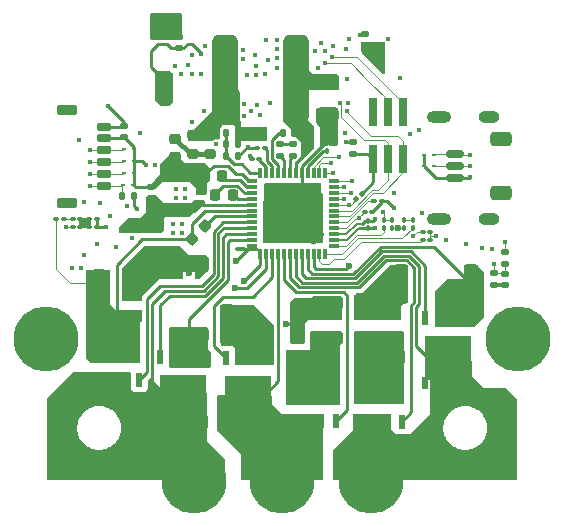
<source format=gtl>
%TF.GenerationSoftware,KiCad,Pcbnew,(7.0.0)*%
%TF.CreationDate,2023-07-15T19:37:13+02:00*%
%TF.ProjectId,Leistungsteil,4c656973-7475-46e6-9773-7465696c2e6b,rev?*%
%TF.SameCoordinates,Original*%
%TF.FileFunction,Copper,L1,Top*%
%TF.FilePolarity,Positive*%
%FSLAX46Y46*%
G04 Gerber Fmt 4.6, Leading zero omitted, Abs format (unit mm)*
G04 Created by KiCad (PCBNEW (7.0.0)) date 2023-07-15 19:37:13*
%MOMM*%
%LPD*%
G01*
G04 APERTURE LIST*
G04 Aperture macros list*
%AMRoundRect*
0 Rectangle with rounded corners*
0 $1 Rounding radius*
0 $2 $3 $4 $5 $6 $7 $8 $9 X,Y pos of 4 corners*
0 Add a 4 corners polygon primitive as box body*
4,1,4,$2,$3,$4,$5,$6,$7,$8,$9,$2,$3,0*
0 Add four circle primitives for the rounded corners*
1,1,$1+$1,$2,$3*
1,1,$1+$1,$4,$5*
1,1,$1+$1,$6,$7*
1,1,$1+$1,$8,$9*
0 Add four rect primitives between the rounded corners*
20,1,$1+$1,$2,$3,$4,$5,0*
20,1,$1+$1,$4,$5,$6,$7,0*
20,1,$1+$1,$6,$7,$8,$9,0*
20,1,$1+$1,$8,$9,$2,$3,0*%
G04 Aperture macros list end*
%TA.AperFunction,SMDPad,CuDef*%
%ADD10RoundRect,0.135000X-0.185000X0.135000X-0.185000X-0.135000X0.185000X-0.135000X0.185000X0.135000X0*%
%TD*%
%TA.AperFunction,ConnectorPad*%
%ADD11C,5.500000*%
%TD*%
%TA.AperFunction,ComponentPad*%
%ADD12C,3.600000*%
%TD*%
%TA.AperFunction,SMDPad,CuDef*%
%ADD13RoundRect,0.250000X0.650000X-0.350000X0.650000X0.350000X-0.650000X0.350000X-0.650000X-0.350000X0*%
%TD*%
%TA.AperFunction,SMDPad,CuDef*%
%ADD14RoundRect,0.150000X0.625000X-0.150000X0.625000X0.150000X-0.625000X0.150000X-0.625000X-0.150000X0*%
%TD*%
%TA.AperFunction,SMDPad,CuDef*%
%ADD15RoundRect,0.100000X-0.130000X-0.100000X0.130000X-0.100000X0.130000X0.100000X-0.130000X0.100000X0*%
%TD*%
%TA.AperFunction,SMDPad,CuDef*%
%ADD16RoundRect,0.550000X0.550000X-3.200000X0.550000X3.200000X-0.550000X3.200000X-0.550000X-3.200000X0*%
%TD*%
%TA.AperFunction,SMDPad,CuDef*%
%ADD17RoundRect,0.140000X-0.170000X0.140000X-0.170000X-0.140000X0.170000X-0.140000X0.170000X0.140000X0*%
%TD*%
%TA.AperFunction,SMDPad,CuDef*%
%ADD18RoundRect,0.100000X0.130000X0.100000X-0.130000X0.100000X-0.130000X-0.100000X0.130000X-0.100000X0*%
%TD*%
%TA.AperFunction,SMDPad,CuDef*%
%ADD19R,0.610000X1.020000*%
%TD*%
%TA.AperFunction,SMDPad,CuDef*%
%ADD20R,3.910000X3.810000*%
%TD*%
%TA.AperFunction,SMDPad,CuDef*%
%ADD21R,0.610000X1.270000*%
%TD*%
%TA.AperFunction,SMDPad,CuDef*%
%ADD22RoundRect,0.100000X-0.100000X0.130000X-0.100000X-0.130000X0.100000X-0.130000X0.100000X0.130000X0*%
%TD*%
%TA.AperFunction,SMDPad,CuDef*%
%ADD23RoundRect,0.140000X0.170000X-0.140000X0.170000X0.140000X-0.170000X0.140000X-0.170000X-0.140000X0*%
%TD*%
%TA.AperFunction,SMDPad,CuDef*%
%ADD24RoundRect,0.250000X-1.100000X0.325000X-1.100000X-0.325000X1.100000X-0.325000X1.100000X0.325000X0*%
%TD*%
%TA.AperFunction,SMDPad,CuDef*%
%ADD25RoundRect,0.062500X0.117500X0.062500X-0.117500X0.062500X-0.117500X-0.062500X0.117500X-0.062500X0*%
%TD*%
%TA.AperFunction,SMDPad,CuDef*%
%ADD26RoundRect,0.225000X-0.250000X0.225000X-0.250000X-0.225000X0.250000X-0.225000X0.250000X0.225000X0*%
%TD*%
%TA.AperFunction,SMDPad,CuDef*%
%ADD27RoundRect,0.140000X0.140000X0.170000X-0.140000X0.170000X-0.140000X-0.170000X0.140000X-0.170000X0*%
%TD*%
%TA.AperFunction,SMDPad,CuDef*%
%ADD28RoundRect,0.100000X0.100000X-0.130000X0.100000X0.130000X-0.100000X0.130000X-0.100000X-0.130000X0*%
%TD*%
%TA.AperFunction,SMDPad,CuDef*%
%ADD29R,4.700000X5.075000*%
%TD*%
%TA.AperFunction,SMDPad,CuDef*%
%ADD30R,0.300000X0.850000*%
%TD*%
%TA.AperFunction,SMDPad,CuDef*%
%ADD31R,0.850000X0.300000*%
%TD*%
%TA.AperFunction,SMDPad,CuDef*%
%ADD32RoundRect,0.250000X-1.425000X0.362500X-1.425000X-0.362500X1.425000X-0.362500X1.425000X0.362500X0*%
%TD*%
%TA.AperFunction,SMDPad,CuDef*%
%ADD33RoundRect,0.225000X-0.625000X0.225000X-0.625000X-0.225000X0.625000X-0.225000X0.625000X0.225000X0*%
%TD*%
%TA.AperFunction,SMDPad,CuDef*%
%ADD34RoundRect,0.150000X-0.475000X0.150000X-0.475000X-0.150000X0.475000X-0.150000X0.475000X0.150000X0*%
%TD*%
%TA.AperFunction,SMDPad,CuDef*%
%ADD35R,0.740000X2.400000*%
%TD*%
%TA.AperFunction,SMDPad,CuDef*%
%ADD36RoundRect,0.335000X0.565000X0.335000X-0.565000X0.335000X-0.565000X-0.335000X0.565000X-0.335000X0*%
%TD*%
%TA.AperFunction,SMDPad,CuDef*%
%ADD37RoundRect,0.062500X-0.117500X-0.062500X0.117500X-0.062500X0.117500X0.062500X-0.117500X0.062500X0*%
%TD*%
%TA.AperFunction,SMDPad,CuDef*%
%ADD38RoundRect,0.250000X0.362500X1.425000X-0.362500X1.425000X-0.362500X-1.425000X0.362500X-1.425000X0*%
%TD*%
%TA.AperFunction,SMDPad,CuDef*%
%ADD39RoundRect,0.135000X0.135000X0.185000X-0.135000X0.185000X-0.135000X-0.185000X0.135000X-0.185000X0*%
%TD*%
%TA.AperFunction,SMDPad,CuDef*%
%ADD40RoundRect,0.135000X-0.135000X-0.185000X0.135000X-0.185000X0.135000X0.185000X-0.135000X0.185000X0*%
%TD*%
%TA.AperFunction,SMDPad,CuDef*%
%ADD41RoundRect,0.225000X0.017678X-0.335876X0.335876X-0.017678X-0.017678X0.335876X-0.335876X0.017678X0*%
%TD*%
%TA.AperFunction,SMDPad,CuDef*%
%ADD42RoundRect,0.100000X-0.021213X-0.162635X0.162635X0.021213X0.021213X0.162635X-0.162635X-0.021213X0*%
%TD*%
%TA.AperFunction,SMDPad,CuDef*%
%ADD43RoundRect,0.250000X-0.362500X-1.425000X0.362500X-1.425000X0.362500X1.425000X-0.362500X1.425000X0*%
%TD*%
%TA.AperFunction,SMDPad,CuDef*%
%ADD44RoundRect,0.225000X0.225000X0.250000X-0.225000X0.250000X-0.225000X-0.250000X0.225000X-0.250000X0*%
%TD*%
%TA.AperFunction,SMDPad,CuDef*%
%ADD45RoundRect,0.200000X0.275000X-0.200000X0.275000X0.200000X-0.275000X0.200000X-0.275000X-0.200000X0*%
%TD*%
%TA.AperFunction,SMDPad,CuDef*%
%ADD46RoundRect,0.225000X-0.225000X-0.250000X0.225000X-0.250000X0.225000X0.250000X-0.225000X0.250000X0*%
%TD*%
%TA.AperFunction,SMDPad,CuDef*%
%ADD47RoundRect,0.250000X0.325000X1.100000X-0.325000X1.100000X-0.325000X-1.100000X0.325000X-1.100000X0*%
%TD*%
%TA.AperFunction,ComponentPad*%
%ADD48O,2.100000X1.000000*%
%TD*%
%TA.AperFunction,ComponentPad*%
%ADD49O,1.800000X1.000000*%
%TD*%
%TA.AperFunction,ViaPad*%
%ADD50C,0.450000*%
%TD*%
%TA.AperFunction,ViaPad*%
%ADD51C,0.600000*%
%TD*%
%TA.AperFunction,Conductor*%
%ADD52C,0.100000*%
%TD*%
%TA.AperFunction,Conductor*%
%ADD53C,0.250000*%
%TD*%
%TA.AperFunction,Conductor*%
%ADD54C,0.125000*%
%TD*%
%TA.AperFunction,Conductor*%
%ADD55C,0.200000*%
%TD*%
%TA.AperFunction,Conductor*%
%ADD56C,0.400000*%
%TD*%
G04 APERTURE END LIST*
D10*
%TO.P,NTC1,2*%
%TO.N,ADC3_2*%
X208900000Y-111600000D03*
%TO.P,NTC1,1*%
%TO.N,+3V3*%
X208900000Y-110580000D03*
%TD*%
D11*
%TO.P,Phase_W1,1,1*%
%TO.N,Phase_W_Source_H*%
X197500000Y-130000000D03*
D12*
X197500000Y-130000000D03*
%TD*%
D13*
%TO.P,CAN_Con2,MP*%
%TO.N,N/C*%
X208520000Y-101040000D03*
X208520000Y-105640000D03*
D14*
%TO.P,CAN_Con2,3,Pin_3*%
%TO.N,LPUART RX*%
X204645000Y-102340000D03*
%TO.P,CAN_Con2,2,Pin_2*%
%TO.N,LPUART TX*%
X204645000Y-103340000D03*
%TO.P,CAN_Con2,1,Pin_1*%
%TO.N,Phase_U_GND*%
X204645000Y-104340000D03*
%TD*%
D15*
%TO.P,R_Fault1,2*%
%TO.N,+3V3*%
X197620000Y-107200000D03*
%TO.P,R_Fault1,1*%
%TO.N,TIM1_BKIN*%
X196980000Y-107200000D03*
%TD*%
D16*
%TO.P,L1,2*%
%TO.N,Net-(D1-K)*%
X191155000Y-96000000D03*
%TO.P,L1,1*%
%TO.N,+5V*%
X185155000Y-96000000D03*
%TD*%
D17*
%TO.P,C_LDO2,2*%
%TO.N,Phase_U_GND*%
X181300000Y-93380000D03*
%TO.P,C_LDO2,1*%
%TO.N,+3V3*%
X181300000Y-92420000D03*
%TD*%
D18*
%TO.P,C_Filter_W1,2*%
%TO.N,Phase_U_GND*%
X201900000Y-108900000D03*
%TO.P,C_Filter_W1,1*%
%TO.N,ADC2_-*%
X202540000Y-108900000D03*
%TD*%
D19*
%TO.P,Q_P_W_L1,5,D*%
%TO.N,Phase_W_Source_H*%
X202129999Y-121664999D03*
X203399999Y-121664999D03*
X204669999Y-121664999D03*
X205939999Y-121664999D03*
D20*
X204034999Y-119559999D03*
D21*
%TO.P,Q_P_W_L1,4,G*%
%TO.N,Phase_W_Gate_L*%
X202129999Y-116199999D03*
%TO.P,Q_P_W_L1,3,S*%
%TO.N,Phase_W_Source_L*%
X203399999Y-116199999D03*
%TO.P,Q_P_W_L1,2,S*%
X204669999Y-116199999D03*
%TO.P,Q_P_W_L1,1,S*%
X205939999Y-116199999D03*
%TD*%
D22*
%TO.P,C_Filter_U1,2*%
%TO.N,Phase_U_GND*%
X199300000Y-108565000D03*
%TO.P,C_Filter_U1,1*%
%TO.N,ADC1_-*%
X199300000Y-107925000D03*
%TD*%
D23*
%TO.P,C_SPI2,2*%
%TO.N,Phase_U_GND*%
X196000000Y-101320000D03*
%TO.P,C_SPI2,1*%
%TO.N,+3V3*%
X196000000Y-102280000D03*
%TD*%
%TO.P,C_LDO1,2*%
%TO.N,Phase_U_GND*%
X197000000Y-92120000D03*
%TO.P,C_LDO1,1*%
%TO.N,+3V3*%
X197000000Y-93080000D03*
%TD*%
D24*
%TO.P,C_IN6,2*%
%TO.N,+BATT*%
X197500000Y-117875000D03*
%TO.P,C_IN6,1*%
%TO.N,Phase_U_GND*%
X197500000Y-114925000D03*
%TD*%
D25*
%TO.P,D1_ESD3,2,A*%
%TO.N,Phase_U_GND*%
X177415000Y-103900000D03*
%TO.P,D1_ESD3,1,K*%
%TO.N,SPI_1_MISO*%
X176575000Y-103900000D03*
%TD*%
%TO.P,D1_ESD2,2,A*%
%TO.N,Phase_U_GND*%
X177415000Y-102900000D03*
%TO.P,D1_ESD2,1,K*%
%TO.N,SPI_1_SCLK*%
X176575000Y-102900000D03*
%TD*%
D26*
%TO.P,C_5V1,2*%
%TO.N,Phase_U_GND*%
X180955000Y-102575000D03*
%TO.P,C_5V1,1*%
%TO.N,Net-(C_5V1-Pad1)*%
X180955000Y-101025000D03*
%TD*%
D10*
%TO.P,R_SENS_Temp1,2*%
%TO.N,Phase_U_GND*%
X207900000Y-113400000D03*
%TO.P,R_SENS_Temp1,1*%
%TO.N,ADC3_2*%
X207900000Y-112380000D03*
%TD*%
D27*
%TO.P,C_FB1,2*%
%TO.N,Net-(M1-FB)*%
X185275000Y-100500000D03*
%TO.P,C_FB1,1*%
%TO.N,+5V*%
X186235000Y-100500000D03*
%TD*%
D19*
%TO.P,Q_P_V_H1,5,D*%
%TO.N,+BATT*%
X194559999Y-119454999D03*
X193289999Y-119454999D03*
X192019999Y-119454999D03*
X190749999Y-119454999D03*
D20*
X192654999Y-121559999D03*
D21*
%TO.P,Q_P_V_H1,4,G*%
%TO.N,Phase_V_Gate_H*%
X194559999Y-124919999D03*
%TO.P,Q_P_V_H1,3,S*%
%TO.N,Phase_V_Source_H*%
X193289999Y-124919999D03*
%TO.P,Q_P_V_H1,2,S*%
X192019999Y-124919999D03*
%TO.P,Q_P_V_H1,1,S*%
X190749999Y-124919999D03*
%TD*%
D15*
%TO.P,R_BAT1,2*%
%TO.N,Net-(R_BAT1-Pad2)*%
X171520000Y-107800000D03*
%TO.P,R_BAT1,1*%
%TO.N,+BATT*%
X170880000Y-107800000D03*
%TD*%
D28*
%TO.P,C_Vref1,2*%
%TO.N,Phase_U_GND*%
X197300000Y-107980000D03*
%TO.P,C_Vref1,1*%
%TO.N,+3V3*%
X197300000Y-108620000D03*
%TD*%
D19*
%TO.P,Q_P_U_L1,5,D*%
%TO.N,Phase_U_Source_H*%
X179689999Y-124999999D03*
X180959999Y-124999999D03*
X182229999Y-124999999D03*
X183499999Y-124999999D03*
D20*
X181594999Y-122894999D03*
D21*
%TO.P,Q_P_U_L1,4,G*%
%TO.N,Phase_U_Gate_L*%
X179689999Y-119534999D03*
%TO.P,Q_P_U_L1,3,S*%
%TO.N,Phase_U_Source_L*%
X180959999Y-119534999D03*
%TO.P,Q_P_U_L1,2,S*%
X182229999Y-119534999D03*
%TO.P,Q_P_U_L1,1,S*%
X183499999Y-119534999D03*
%TD*%
D15*
%TO.P,R_BAT2,2*%
%TO.N,ADC3_1*%
X172920000Y-107800000D03*
%TO.P,R_BAT2,1*%
%TO.N,Net-(R_BAT1-Pad2)*%
X172280000Y-107800000D03*
%TD*%
D28*
%TO.P,R_CS2,2*%
%TO.N,ADC1_+*%
X201050000Y-107900000D03*
%TO.P,R_CS2,1*%
%TO.N,Net-(M1-SOB)*%
X201050000Y-108540000D03*
%TD*%
D11*
%TO.P,Positiv1,1,1*%
%TO.N,+BATT*%
X210000000Y-118000000D03*
D12*
X210000000Y-118000000D03*
%TD*%
D19*
%TO.P,Q_P_U_H1,5,D*%
%TO.N,+BATT*%
X177904999Y-116004999D03*
X176634999Y-116004999D03*
X175364999Y-116004999D03*
X174094999Y-116004999D03*
D20*
X175999999Y-118109999D03*
D21*
%TO.P,Q_P_U_H1,4,G*%
%TO.N,Phase_U_Gate_H*%
X177904999Y-121469999D03*
%TO.P,Q_P_U_H1,3,S*%
%TO.N,Phase_U_Source_H*%
X176634999Y-121469999D03*
%TO.P,Q_P_U_H1,2,S*%
X175364999Y-121469999D03*
%TO.P,Q_P_U_H1,1,S*%
X174094999Y-121469999D03*
%TD*%
D28*
%TO.P,C_DVDD1,2*%
%TO.N,Phase_U_GND*%
X193800000Y-101380000D03*
%TO.P,C_DVDD1,1*%
%TO.N,Net-(M1-DVDD)*%
X193800000Y-102020000D03*
%TD*%
D24*
%TO.P,C_1,2*%
%TO.N,+BATT*%
X181005000Y-107075000D03*
%TO.P,C_1,1*%
%TO.N,Phase_U_GND*%
X181005000Y-104125000D03*
%TD*%
D18*
%TO.P,R_RT/SD1,2*%
%TO.N,+BATT*%
X187442500Y-102700000D03*
%TO.P,R_RT/SD1,1*%
%TO.N,Net-(M1-RT{slash}SD)*%
X188082500Y-102700000D03*
%TD*%
D29*
%TO.P,M1,49,PAD*%
%TO.N,Phase_U_GND*%
X190904999Y-107349999D03*
D30*
%TO.P,M1,48,FB*%
%TO.N,Net-(M1-FB)*%
X188154999Y-103899999D03*
%TO.P,M1,47,RT/SD*%
%TO.N,Net-(M1-RT{slash}SD)*%
X188654999Y-103899999D03*
%TO.P,M1,46,RCL*%
%TO.N,Net-(M1-RCL)*%
X189154999Y-103899999D03*
%TO.P,M1,45,BST*%
%TO.N,Net-(M1-BST)*%
X189654999Y-103899999D03*
%TO.P,M1,44,VCC*%
%TO.N,Net-(M1-VCC)*%
X190154999Y-103899999D03*
%TO.P,M1,43,VIN*%
%TO.N,+BATT*%
X190654999Y-103899999D03*
%TO.P,M1,42,SW*%
%TO.N,Net-(D1-K)*%
X191154999Y-103899999D03*
%TO.P,M1,41,DGND*%
%TO.N,Phase_U_GND*%
X191654999Y-103899999D03*
%TO.P,M1,40,DVDD*%
%TO.N,Net-(M1-DVDD)*%
X192154999Y-103899999D03*
%TO.P,M1,39,INLC*%
%TO.N,PWM_W_N*%
X192654999Y-103899999D03*
%TO.P,M1,38,INHC*%
%TO.N,PWM_W_P*%
X193154999Y-103899999D03*
%TO.P,M1,37,INLB*%
%TO.N,PWM_V_N*%
X193654999Y-103899999D03*
D31*
%TO.P,M1,36,INHB*%
%TO.N,PWM_V_P*%
X194354999Y-104599999D03*
%TO.P,M1,35,INLA*%
%TO.N,PWM_U_N*%
X194354999Y-105099999D03*
%TO.P,M1,34,INHA*%
%TO.N,PWM_U_P*%
X194354999Y-105599999D03*
%TO.P,M1,33,ENABLE*%
%TO.N,I2C_SDA*%
X194354999Y-106099999D03*
%TO.P,M1,32,NSCS*%
%TO.N,SPI_2_CS*%
X194354999Y-106599999D03*
%TO.P,M1,31,SCLK*%
%TO.N,SPI_2_SCLK*%
X194354999Y-107099999D03*
%TO.P,M1,30,SDI*%
%TO.N,SPI_2_MOSI*%
X194354999Y-107599999D03*
%TO.P,M1,29,SDO*%
%TO.N,SPI_2_MISO*%
X194354999Y-108099999D03*
%TO.P,M1,28,NFAULT*%
%TO.N,TIM1_BKIN*%
X194354999Y-108599999D03*
%TO.P,M1,27,AGND*%
%TO.N,Phase_U_GND*%
X194354999Y-109099999D03*
%TO.P,M1,26,VREF*%
%TO.N,+3V3*%
X194354999Y-109599999D03*
%TO.P,M1,25,SOA*%
%TO.N,Net-(M1-SOA)*%
X194354999Y-110099999D03*
D30*
%TO.P,M1,24,SOB*%
%TO.N,Net-(M1-SOB)*%
X193654999Y-110799999D03*
%TO.P,M1,23,SOC*%
%TO.N,Net-(M1-SOC)*%
X193154999Y-110799999D03*
%TO.P,M1,22,SNC*%
%TO.N,Phase_U_GND*%
X192654999Y-110799999D03*
%TO.P,M1,21,SPC*%
%TO.N,Phase_W_Source_L*%
X192154999Y-110799999D03*
%TO.P,M1,20,GLC*%
%TO.N,Phase_W_Gate_L*%
X191654999Y-110799999D03*
%TO.P,M1,19,SHC*%
%TO.N,Phase_W_Source_H*%
X191154999Y-110799999D03*
%TO.P,M1,18,GHC*%
%TO.N,Phase_W_Gate_H*%
X190654999Y-110799999D03*
%TO.P,M1,17,GHB*%
%TO.N,Phase_V_Gate_H*%
X190154999Y-110799999D03*
%TO.P,M1,16,SHB*%
%TO.N,Phase_V_Source_H*%
X189654999Y-110799999D03*
%TO.P,M1,15,GLB*%
%TO.N,Phase_V_Gate_L*%
X189154999Y-110799999D03*
%TO.P,M1,14,SPB*%
%TO.N,Phase_V_Source_L*%
X188654999Y-110799999D03*
%TO.P,M1,13,SNB*%
%TO.N,Phase_U_GND*%
X188154999Y-110799999D03*
D31*
%TO.P,M1,12,SNA*%
X187454999Y-110099999D03*
%TO.P,M1,11,SPA*%
%TO.N,Phase_U_Source_L*%
X187454999Y-109599999D03*
%TO.P,M1,10,GLA*%
%TO.N,Phase_U_Gate_L*%
X187454999Y-109099999D03*
%TO.P,M1,9,SHA*%
%TO.N,Phase_U_Source_H*%
X187454999Y-108599999D03*
%TO.P,M1,8,GHA*%
%TO.N,Phase_U_Gate_H*%
X187454999Y-108099999D03*
%TO.P,M1,7,VCP*%
%TO.N,Net-(M1-VCP)*%
X187454999Y-107599999D03*
%TO.P,M1,6,VDRAIN*%
%TO.N,+BATT*%
X187454999Y-107099999D03*
%TO.P,M1,5,VM*%
X187454999Y-106599999D03*
%TO.P,M1,4,CPH*%
%TO.N,Net-(M1-CPH)*%
X187454999Y-106099999D03*
%TO.P,M1,3,CPL*%
%TO.N,Net-(M1-CPL)*%
X187454999Y-105599999D03*
%TO.P,M1,2,VGLS*%
%TO.N,Net-(M1-VGLS)*%
X187454999Y-105099999D03*
%TO.P,M1,1,GND*%
%TO.N,Phase_U_GND*%
X187454999Y-104599999D03*
%TD*%
D32*
%TO.P,Rs_P_U1,2*%
%TO.N,Phase_U_Source_L*%
X182100000Y-117662500D03*
%TO.P,Rs_P_U1,1*%
%TO.N,Phase_U_GND*%
X182100000Y-111737500D03*
%TD*%
D15*
%TO.P,D_VBAT1,2,A*%
%TO.N,ADC3_1*%
X172920000Y-108500000D03*
%TO.P,D_VBAT1,1,K*%
%TO.N,+3V3*%
X172280000Y-108500000D03*
%TD*%
D19*
%TO.P,Q_P_W_H1,5,D*%
%TO.N,+BATT*%
X200109999Y-119499999D03*
X198839999Y-119499999D03*
X197569999Y-119499999D03*
X196299999Y-119499999D03*
D20*
X198204999Y-121604999D03*
D21*
%TO.P,Q_P_W_H1,4,G*%
%TO.N,Phase_W_Gate_H*%
X200109999Y-124964999D03*
%TO.P,Q_P_W_H1,3,S*%
%TO.N,Phase_W_Source_H*%
X198839999Y-124964999D03*
%TO.P,Q_P_W_H1,2,S*%
X197569999Y-124964999D03*
%TO.P,Q_P_W_H1,1,S*%
X196299999Y-124964999D03*
%TD*%
D23*
%TO.P,C_VM1,2*%
%TO.N,Phase_U_GND*%
X178900000Y-105120000D03*
%TO.P,C_VM1,1*%
%TO.N,+BATT*%
X178900000Y-106080000D03*
%TD*%
D33*
%TO.P,JST_SPI1,MP*%
%TO.N,N/C*%
X171775000Y-106450000D03*
X171775000Y-98550000D03*
D34*
%TO.P,JST_SPI1,6,Pin_6*%
%TO.N,SPI_1_CS*%
X174900000Y-105000000D03*
%TO.P,JST_SPI1,5,Pin_5*%
%TO.N,SPI_1_MISO*%
X174900000Y-104000000D03*
%TO.P,JST_SPI1,4,Pin_4*%
%TO.N,SPI_1_SCLK*%
X174900000Y-103000000D03*
%TO.P,JST_SPI1,3,Pin_3*%
%TO.N,SPI_1_MOSI*%
X174900000Y-102000000D03*
%TO.P,JST_SPI1,2,Pin_2*%
%TO.N,Phase_U_GND*%
X174900000Y-101000000D03*
%TO.P,JST_SPI1,1,Pin_1*%
%TO.N,+3V3*%
X174900000Y-100000000D03*
%TD*%
D35*
%TO.P,SPI2,6,Pin_6*%
%TO.N,UART8_TX*%
X200219999Y-98799999D03*
%TO.P,SPI2,5,Pin_5*%
%TO.N,SPI_2_MOSI*%
X200219999Y-102699999D03*
%TO.P,SPI2,4,Pin_4*%
%TO.N,SPI_2_MISO*%
X198949999Y-98799999D03*
%TO.P,SPI2,3,Pin_3*%
%TO.N,SPI_2_SCLK*%
X198949999Y-102699999D03*
%TO.P,SPI2,2,Pin_2*%
%TO.N,Phase_U_GND*%
X197679999Y-98799999D03*
%TO.P,SPI2,1,Pin_1*%
%TO.N,+3V3*%
X197679999Y-102699999D03*
%TD*%
D18*
%TO.P,R_RCL1,2*%
%TO.N,Phase_U_GND*%
X187880000Y-101800000D03*
%TO.P,R_RCL1,1*%
%TO.N,Net-(M1-RCL)*%
X188520000Y-101800000D03*
%TD*%
D36*
%TO.P,D1,2,A*%
%TO.N,Phase_U_GND*%
X193855000Y-99050000D03*
%TO.P,D1,1,K*%
%TO.N,Net-(D1-K)*%
X193855000Y-96190000D03*
%TD*%
D17*
%TO.P,C_IN7,2*%
%TO.N,+BATT*%
X190900000Y-102460000D03*
%TO.P,C_IN7,1*%
%TO.N,Phase_U_GND*%
X190900000Y-101500000D03*
%TD*%
D23*
%TO.P,C_VM2,2*%
%TO.N,Phase_U_GND*%
X183100000Y-105520000D03*
%TO.P,C_VM2,1*%
%TO.N,+BATT*%
X183100000Y-106480000D03*
%TD*%
D28*
%TO.P,R_CS1,2*%
%TO.N,ADC1_-*%
X198600000Y-107925000D03*
%TO.P,R_CS1,1*%
%TO.N,Net-(M1-SOA)*%
X198600000Y-108565000D03*
%TD*%
D37*
%TO.P,D1_ESD5,2,A*%
%TO.N,Phase_U_GND*%
X202025000Y-103340000D03*
%TO.P,D1_ESD5,1,K*%
%TO.N,LPUART TX*%
X202865000Y-103340000D03*
%TD*%
D38*
%TO.P,Rs_P_V1,2*%
%TO.N,Phase_V_Source_L*%
X185337500Y-116700000D03*
%TO.P,Rs_P_V1,1*%
%TO.N,Phase_U_GND*%
X191262500Y-116700000D03*
%TD*%
D15*
%TO.P,R_SDO_PU1,2*%
%TO.N,+3V3*%
X198420000Y-106300000D03*
%TO.P,R_SDO_PU1,1*%
%TO.N,SPI_2_MISO*%
X197780000Y-106300000D03*
%TD*%
D23*
%TO.P,C_VCC1,2*%
%TO.N,Phase_U_GND*%
X189800000Y-101500000D03*
%TO.P,C_VCC1,1*%
%TO.N,Net-(M1-VCC)*%
X189800000Y-102460000D03*
%TD*%
D25*
%TO.P,D1_ESD4,2,A*%
%TO.N,Phase_U_GND*%
X177395000Y-104900000D03*
%TO.P,D1_ESD4,1,K*%
%TO.N,SPI_1_CS*%
X176555000Y-104900000D03*
%TD*%
D11*
%TO.P,Phase_V1,1,1*%
%TO.N,Phase_V_Source_H*%
X190000000Y-130000000D03*
D12*
X190000000Y-130000000D03*
%TD*%
D27*
%TO.P,C_BST1,2*%
%TO.N,Net-(M1-BST)*%
X190075000Y-100500000D03*
%TO.P,C_BST1,1*%
%TO.N,Net-(D1-K)*%
X191035000Y-100500000D03*
%TD*%
D39*
%TO.P,R_CAN1,2*%
%TO.N,SPI_1_CS*%
X176475000Y-105900000D03*
%TO.P,R_CAN1,1*%
%TO.N,+3V3*%
X177495000Y-105900000D03*
%TD*%
%TO.P,R_FB2,2*%
%TO.N,Net-(M1-FB)*%
X185265000Y-102500000D03*
%TO.P,R_FB2,1*%
%TO.N,Phase_U_GND*%
X186285000Y-102500000D03*
%TD*%
D19*
%TO.P,Q_P_V_L1,5,D*%
%TO.N,Phase_V_Source_H*%
X185229999Y-125044999D03*
X186499999Y-125044999D03*
X187769999Y-125044999D03*
X189039999Y-125044999D03*
D20*
X187134999Y-122939999D03*
D21*
%TO.P,Q_P_V_L1,4,G*%
%TO.N,Phase_V_Gate_L*%
X185229999Y-119579999D03*
%TO.P,Q_P_V_L1,3,S*%
%TO.N,Phase_V_Source_L*%
X186499999Y-119579999D03*
%TO.P,Q_P_V_L1,2,S*%
X187769999Y-119579999D03*
%TO.P,Q_P_V_L1,1,S*%
X189039999Y-119579999D03*
%TD*%
D40*
%TO.P,R_FB1,2*%
%TO.N,+5V*%
X186265000Y-101500000D03*
%TO.P,R_FB1,1*%
%TO.N,Net-(M1-FB)*%
X185245000Y-101500000D03*
%TD*%
D15*
%TO.P,C_VM_1,2*%
%TO.N,Phase_U_GND*%
X174320000Y-108500000D03*
%TO.P,C_VM_1,1*%
%TO.N,ADC3_1*%
X173680000Y-108500000D03*
%TD*%
%TO.P,R_VM_1,2*%
%TO.N,Phase_U_GND*%
X174320000Y-107800000D03*
%TO.P,R_VM_1,1*%
%TO.N,ADC3_1*%
X173680000Y-107800000D03*
%TD*%
D11*
%TO.P,Negativ1,1,1*%
%TO.N,Phase_U_GND*%
X170000000Y-118000000D03*
D12*
X170000000Y-118000000D03*
%TD*%
D25*
%TO.P,D1_ESD1,2,A*%
%TO.N,Phase_U_GND*%
X177415000Y-101900000D03*
%TO.P,D1_ESD1,1,K*%
%TO.N,SPI_1_MOSI*%
X176575000Y-101900000D03*
%TD*%
D41*
%TO.P,C_VDRAIN1,2*%
%TO.N,Net-(M1-VCP)*%
X183448008Y-108451992D03*
%TO.P,C_VDRAIN1,1*%
%TO.N,+BATT*%
X182351992Y-109548008D03*
%TD*%
D17*
%TO.P,C_SPI1,2*%
%TO.N,Phase_U_GND*%
X176575000Y-100880000D03*
%TO.P,C_SPI1,1*%
%TO.N,+3V3*%
X176575000Y-99920000D03*
%TD*%
D42*
%TO.P,R_SCLK1,2*%
%TO.N,+3V3*%
X196726274Y-105673726D03*
%TO.P,R_SCLK1,1*%
%TO.N,SPI_2_CS*%
X196273726Y-106126274D03*
%TD*%
D24*
%TO.P,C_IN5,2*%
%TO.N,+BATT*%
X193800000Y-117875000D03*
%TO.P,C_IN5,1*%
%TO.N,Phase_U_GND*%
X193800000Y-114925000D03*
%TD*%
D43*
%TO.P,Rs_P_W1,2*%
%TO.N,Phase_W_Source_L*%
X205962500Y-113300000D03*
%TO.P,Rs_P_W1,1*%
%TO.N,Phase_U_GND*%
X200037500Y-113300000D03*
%TD*%
D44*
%TO.P,C_DVDD2,2*%
%TO.N,Phase_U_GND*%
X183325000Y-104200000D03*
%TO.P,C_DVDD2,1*%
%TO.N,Net-(M1-VGLS)*%
X184875000Y-104200000D03*
%TD*%
D45*
%TO.P,R_C_s2,2*%
%TO.N,+5V*%
X183915000Y-100700000D03*
%TO.P,R_C_s2,1*%
%TO.N,Net-(C_5V1-Pad1)*%
X183915000Y-102350000D03*
%TD*%
D37*
%TO.P,D1_ESD6,2,A*%
%TO.N,Phase_U_GND*%
X202025000Y-102440000D03*
%TO.P,D1_ESD6,1,K*%
%TO.N,LPUART RX*%
X202865000Y-102440000D03*
%TD*%
D46*
%TO.P,C_PUMP1,2*%
%TO.N,Net-(M1-CPH)*%
X185875000Y-105800000D03*
%TO.P,C_PUMP1,1*%
%TO.N,Net-(M1-CPL)*%
X184325000Y-105800000D03*
%TD*%
D22*
%TO.P,C_Filter_V1,2*%
%TO.N,Phase_U_GND*%
X200350000Y-108540000D03*
%TO.P,C_Filter_V1,1*%
%TO.N,ADC1_+*%
X200350000Y-107900000D03*
%TD*%
D47*
%TO.P,C_IN4,2*%
%TO.N,+BATT*%
X174525000Y-113400000D03*
%TO.P,C_IN4,1*%
%TO.N,Phase_U_GND*%
X177475000Y-113400000D03*
%TD*%
D11*
%TO.P,Phase_U1,1,1*%
%TO.N,Phase_U_Source_H*%
X182500000Y-130000000D03*
D12*
X182500000Y-130000000D03*
%TD*%
D17*
%TO.P,C_SENS_Temp1,2*%
%TO.N,Phase_U_GND*%
X208910000Y-113430000D03*
%TO.P,C_SENS_Temp1,1*%
%TO.N,ADC3_2*%
X208910000Y-112470000D03*
%TD*%
D45*
%TO.P,R_C_s1,2*%
%TO.N,+5V*%
X182455000Y-100675000D03*
%TO.P,R_C_s1,1*%
%TO.N,Net-(C_5V1-Pad1)*%
X182455000Y-102325000D03*
%TD*%
D15*
%TO.P,R_CS3,2*%
%TO.N,ADC2_-*%
X202540000Y-109600000D03*
%TO.P,R_CS3,1*%
%TO.N,Net-(M1-SOC)*%
X201900000Y-109600000D03*
%TD*%
D48*
%TO.P,J7,S1,SHIELD*%
%TO.N,unconnected-(J7-SHIELD-PadS1)*%
X203299999Y-107829999D03*
D49*
X207479999Y-107829999D03*
D48*
X203299999Y-99189999D03*
D49*
X207479999Y-99189999D03*
%TD*%
D50*
%TO.N,Phase_U_GND*%
X177000000Y-114500000D03*
X201600000Y-100300000D03*
X181250000Y-111250000D03*
X179000000Y-112750000D03*
X197600000Y-98500000D03*
X178250000Y-110500000D03*
X179750000Y-112000000D03*
X190250000Y-109250000D03*
X177300000Y-109400000D03*
X189500000Y-108500000D03*
X178500000Y-103250000D03*
X181400000Y-95500000D03*
X192500000Y-108500000D03*
X194750000Y-115000000D03*
X193750000Y-99250000D03*
X180000000Y-97750000D03*
X191500000Y-117250000D03*
X205900000Y-104300000D03*
X190250000Y-106250000D03*
X194750000Y-116000000D03*
X187700000Y-93900000D03*
X197850000Y-107800000D03*
X193000000Y-95000000D03*
X193750000Y-100250000D03*
D51*
X199200000Y-113300000D03*
D50*
X194000000Y-115000000D03*
X198000000Y-114000000D03*
X178250000Y-111250000D03*
D51*
X186800000Y-113100000D03*
D50*
X191000000Y-108500000D03*
X172800000Y-101100000D03*
X190250000Y-107000000D03*
X188750000Y-106250000D03*
X181250000Y-110500000D03*
X180500000Y-111250000D03*
D51*
X186100000Y-111400000D03*
D50*
X180000000Y-96250000D03*
D51*
X182100000Y-112400000D03*
D50*
X191750000Y-106250000D03*
X178250000Y-112750000D03*
X198750000Y-116000000D03*
X201100000Y-109250000D03*
X196500000Y-116000000D03*
X191000000Y-107750000D03*
X183250000Y-104500000D03*
X180000000Y-97000000D03*
X175100000Y-108500000D03*
X194000000Y-116000000D03*
X190250000Y-108500000D03*
X197250000Y-114000000D03*
X182750000Y-111250000D03*
X191750000Y-109250000D03*
X178250000Y-113500000D03*
X179000000Y-112000000D03*
X179750000Y-112750000D03*
X192500000Y-106250000D03*
X192500000Y-115000000D03*
X208400000Y-113430000D03*
X189500000Y-107000000D03*
X189500000Y-107750000D03*
X195500000Y-96000000D03*
X182400000Y-95500000D03*
X179750000Y-111250000D03*
X194300000Y-93200000D03*
X182500000Y-103750000D03*
X199500000Y-116000000D03*
X191000000Y-107000000D03*
X179000000Y-111250000D03*
X191750000Y-105500000D03*
X178000000Y-100500000D03*
X192800000Y-93600000D03*
X197600000Y-99300000D03*
X192500000Y-109250000D03*
X179250000Y-103250000D03*
X189500000Y-105500000D03*
X195600000Y-98000000D03*
X195400000Y-101300000D03*
X191000000Y-106250000D03*
X203900000Y-109600000D03*
X191000000Y-109250000D03*
X180000000Y-95500000D03*
X173200000Y-106400000D03*
X189800000Y-101500000D03*
X191750000Y-115000000D03*
X191750000Y-108500000D03*
X192500000Y-107750000D03*
X200000000Y-95900000D03*
X193600000Y-93600000D03*
X199500000Y-115250000D03*
X198750000Y-114000000D03*
X191750000Y-107750000D03*
X177500000Y-112000000D03*
X197250000Y-116000000D03*
X199000000Y-92600000D03*
X187800000Y-95600000D03*
X190250000Y-107750000D03*
X179750000Y-110500000D03*
X177500000Y-112750000D03*
X182500000Y-104500000D03*
X189500000Y-106250000D03*
X180500000Y-110500000D03*
X182000000Y-111250000D03*
X191000000Y-115000000D03*
X200800000Y-100600000D03*
X178250000Y-112000000D03*
X183150000Y-93850000D03*
X198500000Y-112750000D03*
X177500000Y-111250000D03*
X187400000Y-98700000D03*
X191000000Y-105500000D03*
X198000000Y-116000000D03*
X189500000Y-109250000D03*
X190900000Y-101500000D03*
D51*
X190300000Y-116700000D03*
D50*
X199500000Y-105600000D03*
X193250000Y-115000000D03*
X192500000Y-116000000D03*
D51*
X199800000Y-108545000D03*
D50*
X192500000Y-105500000D03*
X191000000Y-115750000D03*
X201800000Y-107300000D03*
X199250000Y-112250000D03*
X196600000Y-92200000D03*
X183500000Y-111250000D03*
X199500000Y-114500000D03*
X193250000Y-116000000D03*
X193750000Y-101000000D03*
X189000000Y-98000000D03*
X179000000Y-110500000D03*
X191750000Y-107000000D03*
D51*
X195700000Y-111800000D03*
D50*
X183250000Y-103750000D03*
X192500000Y-107000000D03*
X182400000Y-99600000D03*
X190250000Y-105500000D03*
X191500000Y-116500000D03*
X187100000Y-101700000D03*
X191750000Y-115750000D03*
%TO.N,+BATT*%
X193500000Y-119750000D03*
X190500000Y-122000000D03*
X175250000Y-117250000D03*
X196750000Y-117750000D03*
X177500000Y-117250000D03*
X192000000Y-122750000D03*
X176000000Y-118750000D03*
X187278750Y-102521250D03*
X196750000Y-123000000D03*
X194250000Y-122750000D03*
X174500000Y-119500000D03*
X199000000Y-121500000D03*
X192000000Y-122000000D03*
X180750000Y-107250000D03*
X193500000Y-122750000D03*
X176750000Y-118750000D03*
X194500000Y-117750000D03*
X176750000Y-117250000D03*
X191250000Y-121250000D03*
X199750000Y-122250000D03*
X174500000Y-117250000D03*
X198250000Y-122250000D03*
X197500000Y-120750000D03*
X198250000Y-120000000D03*
X176000000Y-116500000D03*
X199000000Y-120750000D03*
X176750000Y-118000000D03*
X192750000Y-122000000D03*
X175250000Y-118000000D03*
X191250000Y-120500000D03*
X197500000Y-121500000D03*
X177500000Y-118750000D03*
X192750000Y-122750000D03*
X176000000Y-118000000D03*
X174500000Y-118750000D03*
X176000000Y-119500000D03*
X176750000Y-119500000D03*
X191250000Y-119750000D03*
X199750000Y-120000000D03*
X176000000Y-117250000D03*
X197500000Y-123000000D03*
X173000000Y-112000000D03*
X198250000Y-120750000D03*
X199000000Y-120000000D03*
X196750000Y-122250000D03*
X176750000Y-116500000D03*
X198250000Y-121500000D03*
X194250000Y-121250000D03*
X177250000Y-108000000D03*
X190500000Y-120500000D03*
X191250000Y-122000000D03*
X197500000Y-120000000D03*
X192750000Y-119750000D03*
X194250000Y-120500000D03*
X190500000Y-122750000D03*
X193250000Y-117750000D03*
X193500000Y-120500000D03*
X199750000Y-123000000D03*
X177500000Y-116500000D03*
X177500000Y-118000000D03*
X198250000Y-123000000D03*
X174500000Y-116500000D03*
X199750000Y-121500000D03*
X194250000Y-122000000D03*
X197500000Y-122250000D03*
X192000000Y-120500000D03*
X198250000Y-117750000D03*
X199000000Y-122250000D03*
X192000000Y-121250000D03*
X175250000Y-116500000D03*
X190500000Y-121250000D03*
X192750000Y-120500000D03*
X193500000Y-122000000D03*
X175250000Y-119500000D03*
X194250000Y-119750000D03*
X196750000Y-120000000D03*
X192000000Y-119750000D03*
X193500000Y-121250000D03*
X196750000Y-120750000D03*
X190500000Y-119750000D03*
X199000000Y-123000000D03*
X181500000Y-107250000D03*
X174500000Y-115250000D03*
X199750000Y-120750000D03*
X191250000Y-122750000D03*
X196750000Y-121500000D03*
X192750000Y-121250000D03*
X175250000Y-118750000D03*
X190900000Y-102450000D03*
X177750000Y-108500000D03*
X177500000Y-119500000D03*
X172250000Y-112000000D03*
X174500000Y-118000000D03*
%TO.N,+5V*%
X180750000Y-109000000D03*
X180750000Y-108250000D03*
X187750000Y-101000000D03*
X181500000Y-108250000D03*
X181500000Y-109000000D03*
X188500000Y-101000000D03*
X188500000Y-100250000D03*
%TO.N,ADC1_-*%
X198500000Y-107250000D03*
X187000000Y-95600000D03*
%TO.N,ADC1_+*%
X187750000Y-94850000D03*
X200350000Y-107900000D03*
%TO.N,ADC2_-*%
X203000000Y-109250000D03*
X188550000Y-95550000D03*
%TO.N,+3V3*%
X198400000Y-94600000D03*
X181750000Y-105250000D03*
X181000000Y-105250000D03*
X181000000Y-90750000D03*
X198400000Y-93800000D03*
X175400000Y-107600000D03*
X197700000Y-103500000D03*
X179500000Y-90750000D03*
X181000000Y-106000000D03*
X199500000Y-106900000D03*
X180250000Y-90750000D03*
X181750000Y-106000000D03*
X206900000Y-110300000D03*
X197900000Y-108600000D03*
X177750000Y-107000000D03*
X171700000Y-108500000D03*
X208900000Y-109800000D03*
X179500000Y-91500000D03*
X180250000Y-92250000D03*
X179500000Y-92250000D03*
X174300000Y-109900000D03*
X175250000Y-98250000D03*
%TO.N,ADC321_4*%
X175900000Y-110200000D03*
X183100000Y-95500000D03*
%TO.N,ADC1_3*%
X174600000Y-106500000D03*
X180900000Y-94900000D03*
%TO.N,ADC2_3*%
X182350000Y-93900000D03*
X205600000Y-109900000D03*
%TO.N,ADC3_2*%
X207900000Y-111600000D03*
X183500000Y-93200000D03*
%TO.N,ADC3_1*%
X182050000Y-94800000D03*
X173300000Y-108100000D03*
%TO.N,SPI_1_MOSI*%
X188100000Y-99000000D03*
X173700000Y-102000000D03*
%TO.N,SPI_1_SCLK*%
X173700000Y-103000000D03*
X186800000Y-98100000D03*
%TO.N,SPI_1_MISO*%
X173700000Y-104000000D03*
X187900000Y-98200000D03*
%TO.N,SPI_1_CS*%
X173700000Y-105000000D03*
X186800000Y-99100000D03*
%TO.N,LPUART TX*%
X205900000Y-103300000D03*
X195700000Y-92600000D03*
%TO.N,LPUART RX*%
X195400000Y-93400000D03*
X205900000Y-102400000D03*
%TO.N,CAN_TX*%
X183400000Y-98700000D03*
X186700000Y-94300000D03*
%TO.N,CAN_RX*%
X184400000Y-101500000D03*
X186700000Y-93500000D03*
%TO.N,PWM_U_N*%
X195200000Y-105100000D03*
X189600000Y-95000000D03*
%TO.N,PWM_U_P*%
X195800000Y-105600000D03*
X188800000Y-94350000D03*
%TO.N,PWM_V_N*%
X194300000Y-103900000D03*
X189600000Y-94200000D03*
%TO.N,PWM_V_P*%
X195900000Y-104600000D03*
X188600000Y-92700000D03*
%TO.N,PWM_W_N*%
X189600000Y-93400000D03*
X194800000Y-102600000D03*
%TO.N,PWM_W_P*%
X189600000Y-92700000D03*
X194100000Y-103100000D03*
%TO.N,UART8_TX*%
X194200000Y-94100000D03*
%TO.N,I2C_SDA*%
X195200000Y-106100000D03*
%TO.N,SPI_2_CS*%
X195300000Y-100500000D03*
X195700000Y-106600000D03*
%TO.N,SPI_2_MOSI*%
X195500000Y-98700000D03*
%TO.N,TIM1_BKIN*%
X196500000Y-107700000D03*
X193300000Y-92900000D03*
%TO.N,SPI_2_MISO*%
X197700000Y-106300000D03*
X198950000Y-98800000D03*
X193600000Y-94600000D03*
%TO.N,SPI_2_SCLK*%
X194900000Y-98000000D03*
%TO.N,Phase_U_Source_H*%
X182500000Y-122750000D03*
X175000000Y-122000000D03*
X176500000Y-121250000D03*
X181750000Y-123500000D03*
X175750000Y-121250000D03*
X182500000Y-123500000D03*
X182500000Y-124250000D03*
X175750000Y-122000000D03*
X183250000Y-122750000D03*
X180250000Y-124250000D03*
X174250000Y-122000000D03*
X181750000Y-122750000D03*
X174250000Y-121250000D03*
X172750000Y-122000000D03*
X173500000Y-122000000D03*
X173500000Y-121250000D03*
X180250000Y-123500000D03*
X176500000Y-122000000D03*
X172750000Y-121250000D03*
X175000000Y-121250000D03*
X173200000Y-110900000D03*
X181000000Y-123500000D03*
X183250000Y-124250000D03*
X181750000Y-124250000D03*
X183250000Y-123500000D03*
X181000000Y-124250000D03*
D51*
%TO.N,Phase_V_Source_L*%
X186000000Y-113700000D03*
X186000000Y-116700000D03*
D50*
%TO.N,Phase_V_Source_H*%
X185500000Y-124250000D03*
X191000000Y-124750000D03*
X188500000Y-124250000D03*
X188500000Y-123500000D03*
X187000000Y-124250000D03*
X185500000Y-123500000D03*
X187750000Y-124250000D03*
X192500000Y-125500000D03*
X191750000Y-125500000D03*
X193250000Y-124750000D03*
X186250000Y-123500000D03*
X187135000Y-122940000D03*
X191000000Y-125500000D03*
X192500000Y-124750000D03*
X186250000Y-124250000D03*
X176900000Y-106700000D03*
X191750000Y-124750000D03*
X187750000Y-123500000D03*
X193250000Y-125500000D03*
%TO.N,Phase_W_Source_H*%
X203500000Y-118000000D03*
X196500000Y-125500000D03*
X198000000Y-124750000D03*
X196500000Y-124750000D03*
X197250000Y-124750000D03*
X198000000Y-125500000D03*
X197250000Y-125500000D03*
X198750000Y-124750000D03*
X203500000Y-120250000D03*
X205750000Y-121000000D03*
X203500000Y-121000000D03*
X207800000Y-110400000D03*
X204250000Y-121000000D03*
X204250000Y-120250000D03*
X205750000Y-120250000D03*
X204250000Y-121750000D03*
X205000000Y-121000000D03*
X198750000Y-125500000D03*
X203500000Y-121750000D03*
X205000000Y-120250000D03*
%TD*%
D52*
%TO.N,Phase_U_GND*%
X199200000Y-113300000D02*
X200037500Y-113300000D01*
D53*
X197670000Y-107980000D02*
X197300000Y-107980000D01*
X182000000Y-93000000D02*
X181620000Y-93380000D01*
X191655000Y-103345000D02*
X193620000Y-101380000D01*
X183250000Y-104500000D02*
X183300000Y-104225000D01*
X177415000Y-101900000D02*
X177415000Y-101720000D01*
X183300000Y-104200000D02*
X183250000Y-104500000D01*
X186600000Y-104000000D02*
X186100000Y-104000000D01*
D52*
X201100000Y-109250000D02*
X201450000Y-108900000D01*
X201450000Y-108900000D02*
X201900000Y-108900000D01*
D53*
X187200000Y-101800000D02*
X187100000Y-101700000D01*
X197010000Y-107980000D02*
X197300000Y-107980000D01*
X174900000Y-101000000D02*
X176455000Y-101000000D01*
X191462500Y-116700000D02*
X191262500Y-116700000D01*
X188155000Y-111745000D02*
X188155000Y-110800000D01*
X204645000Y-104340000D02*
X203025000Y-104340000D01*
X183150000Y-93750000D02*
X182400000Y-93000000D01*
X180630000Y-93380000D02*
X180250000Y-93000000D01*
X178150000Y-102900000D02*
X178500000Y-103250000D01*
D54*
X199780000Y-108565000D02*
X199800000Y-108545000D01*
D53*
X193620000Y-101380000D02*
X193800000Y-101380000D01*
X191655000Y-106600000D02*
X190905000Y-107350000D01*
X179500000Y-95500000D02*
X180000000Y-95500000D01*
D55*
X194355000Y-109100000D02*
X195400000Y-109100000D01*
D53*
X179500000Y-93000000D02*
X178921000Y-93579000D01*
X205860000Y-104340000D02*
X205900000Y-104300000D01*
X207930000Y-113430000D02*
X207900000Y-113400000D01*
X208910000Y-113430000D02*
X208400000Y-113430000D01*
X203025000Y-104340000D02*
X202025000Y-103340000D01*
X204645000Y-104340000D02*
X205860000Y-104340000D01*
X192880000Y-112080000D02*
X192655000Y-111855000D01*
X177415000Y-102900000D02*
X178150000Y-102900000D01*
X208400000Y-113430000D02*
X207930000Y-113430000D01*
X178921000Y-94921000D02*
X179500000Y-95500000D01*
X183300000Y-104225000D02*
X183325000Y-104200000D01*
X195400000Y-101300000D02*
X195980000Y-101300000D01*
D55*
X196300000Y-108200000D02*
X196790000Y-108200000D01*
D53*
X174320000Y-108500000D02*
X175100000Y-108500000D01*
X176455000Y-101000000D02*
X176575000Y-100880000D01*
X182400000Y-93000000D02*
X182000000Y-93000000D01*
X186800000Y-113100000D02*
X188155000Y-111745000D01*
X177615000Y-105120000D02*
X177395000Y-104900000D01*
X181620000Y-93380000D02*
X181300000Y-93380000D01*
X178921000Y-93579000D02*
X178921000Y-94921000D01*
X191500000Y-116500000D02*
X191462500Y-116700000D01*
X187200000Y-104600000D02*
X186600000Y-104000000D01*
X191655000Y-103900000D02*
X191655000Y-106600000D01*
X187880000Y-101800000D02*
X187200000Y-101800000D01*
X185400000Y-103300000D02*
X184225000Y-103300000D01*
X184225000Y-103300000D02*
X183325000Y-104200000D01*
D56*
X180955000Y-102575000D02*
X180955000Y-104075000D01*
D53*
X180250000Y-93000000D02*
X179500000Y-93000000D01*
X191655000Y-103900000D02*
X191655000Y-103345000D01*
X178900000Y-105120000D02*
X177615000Y-105120000D01*
X187100000Y-101700000D02*
X187085000Y-101700000D01*
D55*
X195400000Y-109100000D02*
X196300000Y-108200000D01*
D53*
X202025000Y-103340000D02*
X202025000Y-102440000D01*
X181300000Y-93380000D02*
X180630000Y-93380000D01*
D54*
X200400000Y-108565000D02*
X199820000Y-108565000D01*
D53*
X177415000Y-101900000D02*
X177415000Y-104880000D01*
X187085000Y-101700000D02*
X186285000Y-102500000D01*
X195420000Y-112080000D02*
X192880000Y-112080000D01*
X191062500Y-116700000D02*
X191500000Y-116500000D01*
X183325000Y-104200000D02*
X183300000Y-104200000D01*
D54*
X199820000Y-108565000D02*
X199800000Y-108545000D01*
D53*
X187455000Y-104600000D02*
X187200000Y-104600000D01*
X177415000Y-104880000D02*
X177395000Y-104900000D01*
X196790000Y-108200000D02*
X197010000Y-107980000D01*
X174320000Y-107800000D02*
X174320000Y-108500000D01*
X195980000Y-101300000D02*
X196000000Y-101320000D01*
D56*
X180955000Y-104075000D02*
X181005000Y-104125000D01*
D53*
X177415000Y-101720000D02*
X176575000Y-100880000D01*
X186100000Y-104000000D02*
X185400000Y-103300000D01*
X183150000Y-93850000D02*
X183150000Y-93750000D01*
D54*
X199300000Y-108565000D02*
X199780000Y-108565000D01*
D53*
X192655000Y-111855000D02*
X192655000Y-110800000D01*
X187455000Y-110100000D02*
X187400000Y-110100000D01*
X195700000Y-111800000D02*
X195420000Y-112080000D01*
X187400000Y-110100000D02*
X186100000Y-111400000D01*
X197850000Y-107800000D02*
X197670000Y-107980000D01*
X190900000Y-101500000D02*
X189800000Y-101500000D01*
X190300000Y-116700000D02*
X191062500Y-116700000D01*
%TO.N,+BATT*%
X190655000Y-102705000D02*
X190900000Y-102460000D01*
X183500000Y-107100000D02*
X182351992Y-108248008D01*
D54*
X172075000Y-113250000D02*
X170880000Y-112055000D01*
D53*
X190900000Y-102460000D02*
X190900000Y-102450000D01*
X182351992Y-109548008D02*
X178151992Y-109548008D01*
D54*
X170880000Y-112055000D02*
X170880000Y-107800000D01*
D53*
X182351992Y-108248008D02*
X182351992Y-109548008D01*
D56*
X181325000Y-107075000D02*
X181500000Y-107250000D01*
D54*
X174525000Y-113400000D02*
X174375000Y-113250000D01*
D53*
X187442500Y-102685000D02*
X187442500Y-102700000D01*
D56*
X180750000Y-107250000D02*
X181180000Y-107075000D01*
D53*
X176000000Y-111700000D02*
X176000000Y-118110000D01*
D56*
X181675000Y-107075000D02*
X182505000Y-107075000D01*
X181180000Y-107075000D02*
X181325000Y-107075000D01*
X181005000Y-107075000D02*
X180830000Y-107075000D01*
D53*
X183220000Y-106600000D02*
X183100000Y-106480000D01*
X190655000Y-103900000D02*
X190655000Y-102705000D01*
D56*
X182505000Y-107075000D02*
X183100000Y-106480000D01*
X181500000Y-107250000D02*
X181675000Y-107075000D01*
D53*
X190910000Y-102450000D02*
X190900000Y-102460000D01*
D54*
X174375000Y-113250000D02*
X172075000Y-113250000D01*
D56*
X180830000Y-107075000D02*
X180750000Y-107250000D01*
D53*
X190900000Y-102450000D02*
X190910000Y-102450000D01*
X187278750Y-102521250D02*
X187442500Y-102685000D01*
X178151992Y-109548008D02*
X176000000Y-111700000D01*
X187455000Y-106600000D02*
X183220000Y-106600000D01*
X187455000Y-107100000D02*
X183500000Y-107100000D01*
D56*
%TO.N,Net-(C_5V1-Pad1)*%
X182255000Y-102325000D02*
X180955000Y-101025000D01*
X182455000Y-102325000D02*
X182255000Y-102325000D01*
X182455000Y-102325000D02*
X183890000Y-102325000D01*
X183890000Y-102325000D02*
X183915000Y-102350000D01*
D53*
%TO.N,Net-(D1-K)*%
X191155000Y-103145000D02*
X191800000Y-102500000D01*
X191800000Y-102500000D02*
X191800000Y-101265000D01*
X191155000Y-103900000D02*
X191155000Y-103145000D01*
X191800000Y-101265000D02*
X191035000Y-100500000D01*
%TO.N,Net-(M1-BST)*%
X189700000Y-100500000D02*
X190075000Y-100500000D01*
X189655000Y-103255000D02*
X189100000Y-102700000D01*
X189655000Y-103900000D02*
X189655000Y-103255000D01*
X189100000Y-101100000D02*
X189700000Y-100500000D01*
X189100000Y-102700000D02*
X189100000Y-101100000D01*
%TO.N,Net-(M1-DVDD)*%
X192155000Y-103900000D02*
X192155000Y-103345000D01*
X192155000Y-103345000D02*
X193480000Y-102020000D01*
X193480000Y-102020000D02*
X193800000Y-102020000D01*
%TO.N,Net-(M1-VGLS)*%
X187455000Y-105100000D02*
X187000000Y-105100000D01*
X185175000Y-104500000D02*
X184875000Y-104200000D01*
X187000000Y-105100000D02*
X186400000Y-104500000D01*
X186400000Y-104500000D02*
X185175000Y-104500000D01*
%TO.N,+5V*%
X186265000Y-101500000D02*
X186265000Y-100530000D01*
X186265000Y-100530000D02*
X186235000Y-100500000D01*
X186235000Y-97080000D02*
X185155000Y-96000000D01*
X186235000Y-100500000D02*
X186235000Y-97080000D01*
%TO.N,Net-(M1-FB)*%
X185965000Y-103200000D02*
X185265000Y-102500000D01*
X186600000Y-103200000D02*
X185965000Y-103200000D01*
X188155000Y-103900000D02*
X187300000Y-103900000D01*
X185275000Y-100500000D02*
X185275000Y-102490000D01*
X185275000Y-102490000D02*
X185265000Y-102500000D01*
X187300000Y-103900000D02*
X186600000Y-103200000D01*
D52*
%TO.N,ADC1_-*%
X198600000Y-107350000D02*
X198500000Y-107250000D01*
D54*
X199300000Y-107925000D02*
X198600000Y-107925000D01*
D52*
X198600000Y-107925000D02*
X198600000Y-107350000D01*
D54*
%TO.N,ADC1_+*%
X200350000Y-107900000D02*
X201050000Y-107900000D01*
%TO.N,ADC2_-*%
X202540000Y-109600000D02*
X202540000Y-108900000D01*
D52*
X203000000Y-109250000D02*
X202540000Y-109250000D01*
D53*
%TO.N,+3V3*%
X196000000Y-102280000D02*
X197260000Y-102280000D01*
X197300000Y-108620000D02*
X197880000Y-108620000D01*
D54*
X172280000Y-108500000D02*
X171700000Y-108500000D01*
D55*
X195486342Y-109600000D02*
X196486342Y-108600000D01*
D53*
X177495000Y-106745000D02*
X177750000Y-107000000D01*
X177495000Y-105900000D02*
X177495000Y-106745000D01*
X197880000Y-108620000D02*
X197900000Y-108600000D01*
X196726274Y-105673726D02*
X197700000Y-104700000D01*
X197260000Y-102280000D02*
X197680000Y-102700000D01*
X176575000Y-99920000D02*
X176575000Y-99575000D01*
D54*
X208900000Y-110580000D02*
X208900000Y-109800000D01*
D53*
X198900000Y-106300000D02*
X199500000Y-106900000D01*
D52*
X197680000Y-102700000D02*
X197680000Y-103480000D01*
D53*
X197700000Y-104700000D02*
X197700000Y-103500000D01*
X196486342Y-108600000D02*
X197280000Y-108600000D01*
X197620000Y-107200000D02*
X198420000Y-106400000D01*
X176495000Y-100000000D02*
X176575000Y-99920000D01*
D52*
X197680000Y-103480000D02*
X197700000Y-103500000D01*
D53*
X198420000Y-106400000D02*
X198420000Y-106300000D01*
X174900000Y-100000000D02*
X176495000Y-100000000D01*
X198420000Y-106300000D02*
X198900000Y-106300000D01*
D55*
X194355000Y-109600000D02*
X195486342Y-109600000D01*
D53*
X176575000Y-99575000D02*
X175250000Y-98250000D01*
X197280000Y-108600000D02*
X197300000Y-108620000D01*
%TO.N,Net-(M1-CPL)*%
X186814412Y-105600000D02*
X186214412Y-105000000D01*
X185025000Y-105000000D02*
X184325000Y-105700000D01*
X186214412Y-105000000D02*
X185025000Y-105000000D01*
X187455000Y-105600000D02*
X186814412Y-105600000D01*
%TO.N,Net-(M1-CPH)*%
X187455000Y-106100000D02*
X186275000Y-106100000D01*
X186275000Y-106100000D02*
X185875000Y-105700000D01*
D54*
%TO.N,ADC3_2*%
X208820000Y-112380000D02*
X208910000Y-112470000D01*
X207900000Y-112380000D02*
X208820000Y-112380000D01*
X208900000Y-112460000D02*
X208910000Y-112470000D01*
X208900000Y-111600000D02*
X208900000Y-112460000D01*
X207900000Y-112380000D02*
X207900000Y-111600000D01*
D53*
%TO.N,Net-(M1-VCC)*%
X189800000Y-102460000D02*
X190155000Y-102815000D01*
X190155000Y-102815000D02*
X190155000Y-103900000D01*
%TO.N,Net-(M1-VCP)*%
X187455000Y-107600000D02*
X184300000Y-107600000D01*
X184300000Y-107600000D02*
X183448008Y-108451992D01*
D52*
%TO.N,ADC3_1*%
X173680000Y-108500000D02*
X173680000Y-107800000D01*
X172920000Y-108500000D02*
X172920000Y-107800000D01*
X172920000Y-107800000D02*
X173680000Y-107800000D01*
X173680000Y-108500000D02*
X172920000Y-108500000D01*
%TO.N,SPI_1_MOSI*%
X174900000Y-102000000D02*
X176475000Y-102000000D01*
X176475000Y-102000000D02*
X176575000Y-101900000D01*
X174900000Y-102000000D02*
X173700000Y-102000000D01*
%TO.N,SPI_1_SCLK*%
X176475000Y-103000000D02*
X176575000Y-102900000D01*
X174900000Y-103000000D02*
X173700000Y-103000000D01*
X174900000Y-103000000D02*
X176475000Y-103000000D01*
%TO.N,SPI_1_MISO*%
X174900000Y-104000000D02*
X173700000Y-104000000D01*
X174900000Y-104000000D02*
X176475000Y-104000000D01*
X176475000Y-104000000D02*
X176575000Y-103900000D01*
%TO.N,SPI_1_CS*%
X176455000Y-105000000D02*
X176555000Y-104900000D01*
X174900000Y-105000000D02*
X173700000Y-105000000D01*
X176475000Y-104980000D02*
X176555000Y-104900000D01*
X174900000Y-105000000D02*
X176455000Y-105000000D01*
X176475000Y-105900000D02*
X176475000Y-104980000D01*
%TO.N,LPUART TX*%
X204645000Y-103340000D02*
X202865000Y-103340000D01*
X205860000Y-103340000D02*
X205900000Y-103300000D01*
X204645000Y-103340000D02*
X205860000Y-103340000D01*
%TO.N,LPUART RX*%
X202965000Y-102340000D02*
X202865000Y-102440000D01*
X204705000Y-102400000D02*
X205900000Y-102400000D01*
X204645000Y-102340000D02*
X204705000Y-102400000D01*
X204645000Y-102340000D02*
X202965000Y-102340000D01*
D54*
%TO.N,PWM_U_N*%
X194355000Y-105100000D02*
X195200000Y-105100000D01*
%TO.N,PWM_U_P*%
X194355000Y-105600000D02*
X195800000Y-105600000D01*
%TO.N,PWM_V_N*%
X193655000Y-103900000D02*
X194300000Y-103900000D01*
%TO.N,PWM_V_P*%
X194355000Y-104600000D02*
X195900000Y-104600000D01*
%TO.N,PWM_W_N*%
X193481802Y-102600000D02*
X192655000Y-103426802D01*
X192655000Y-103426802D02*
X192655000Y-103900000D01*
X194800000Y-102600000D02*
X193481802Y-102600000D01*
%TO.N,PWM_W_P*%
X193300000Y-103100000D02*
X194100000Y-103100000D01*
X193155000Y-103900000D02*
X193155000Y-103245000D01*
X193155000Y-103245000D02*
X193300000Y-103100000D01*
D52*
%TO.N,UART8_TX*%
X196350000Y-94100000D02*
X194200000Y-94100000D01*
X200220000Y-97970000D02*
X196350000Y-94100000D01*
X200220000Y-98800000D02*
X200220000Y-97970000D01*
%TO.N,I2C_SDA*%
X194355000Y-106100000D02*
X195200000Y-106100000D01*
%TO.N,SPI_2_CS*%
X194355000Y-106600000D02*
X195200000Y-106600000D01*
X195800000Y-106600000D02*
X196273726Y-106126274D01*
X195200000Y-106600000D02*
X195700000Y-106600000D01*
X195700000Y-106600000D02*
X195800000Y-106600000D01*
%TO.N,SPI_2_MOSI*%
X195500000Y-98700000D02*
X195500000Y-98800000D01*
X200220000Y-101220000D02*
X199800000Y-100800000D01*
X197500000Y-100800000D02*
X199800000Y-100800000D01*
X194355000Y-107600000D02*
X195713605Y-107600000D01*
X198500000Y-105600000D02*
X200220000Y-103880000D01*
X200220000Y-103880000D02*
X200220000Y-102700000D01*
X200220000Y-102700000D02*
X200220000Y-101220000D01*
X195500000Y-98800000D02*
X197500000Y-100800000D01*
X197713605Y-105600000D02*
X198500000Y-105600000D01*
X195713605Y-107600000D02*
X197713605Y-105600000D01*
D54*
%TO.N,TIM1_BKIN*%
X196200000Y-107800000D02*
X196400000Y-107800000D01*
X196500000Y-107700000D02*
X196500000Y-107680000D01*
X195400000Y-108600000D02*
X196200000Y-107800000D01*
X196400000Y-107800000D02*
X196500000Y-107700000D01*
X196500000Y-107680000D02*
X196980000Y-107200000D01*
X194355000Y-108600000D02*
X195400000Y-108600000D01*
D52*
%TO.N,SPI_2_MISO*%
X197300000Y-96100000D02*
X195800000Y-94600000D01*
X197700000Y-106300000D02*
X197296447Y-106300000D01*
X195496447Y-108100000D02*
X194355000Y-108100000D01*
X197296447Y-106300000D02*
X195496447Y-108100000D01*
X198950000Y-98800000D02*
X198950000Y-97750000D01*
X198950000Y-97750000D02*
X197300000Y-96100000D01*
X195800000Y-94600000D02*
X193600000Y-94600000D01*
%TO.N,SPI_2_SCLK*%
X198950000Y-101350000D02*
X198950000Y-102700000D01*
X196900000Y-101100000D02*
X198700000Y-101100000D01*
X198950000Y-104550000D02*
X198950000Y-102700000D01*
X198100000Y-105400000D02*
X198950000Y-104550000D01*
X195000000Y-98100000D02*
X195000000Y-99200000D01*
X194900000Y-98000000D02*
X195000000Y-98100000D01*
X195000000Y-99200000D02*
X196900000Y-101100000D01*
X195930763Y-107100000D02*
X197630763Y-105400000D01*
X198700000Y-101100000D02*
X198950000Y-101350000D01*
X194355000Y-107100000D02*
X195930763Y-107100000D01*
X197630763Y-105400000D02*
X198100000Y-105400000D01*
D53*
%TO.N,Phase_U_Gate_H*%
X187455000Y-108100000D02*
X185000000Y-108100000D01*
X178600000Y-120775000D02*
X177905000Y-121470000D01*
X184220000Y-108880001D02*
X184220000Y-112480000D01*
X178600000Y-114600000D02*
X178600000Y-120775000D01*
X183200000Y-113500000D02*
X179700000Y-113500000D01*
X184220000Y-112480000D02*
X183200000Y-113500000D01*
X179700000Y-113500000D02*
X178600000Y-114600000D01*
X185000000Y-108100000D02*
X184220000Y-108880001D01*
%TO.N,Phase_U_Source_H*%
X180100000Y-113880000D02*
X179000000Y-114980000D01*
X181750000Y-122750000D02*
X181740000Y-122895000D01*
X180195000Y-122895000D02*
X181450000Y-122895000D01*
X185037402Y-108600000D02*
X184600000Y-109037402D01*
X181450000Y-122895000D02*
X181750000Y-122750000D01*
X184600000Y-112637401D02*
X183357401Y-113880000D01*
X183357401Y-113880000D02*
X180100000Y-113880000D01*
X184600000Y-109037402D02*
X184600000Y-112637401D01*
X179000000Y-114980000D02*
X179000000Y-121700000D01*
X181740000Y-122895000D02*
X181595000Y-122895000D01*
X179000000Y-121700000D02*
X180195000Y-122895000D01*
X187455000Y-108600000D02*
X185037402Y-108600000D01*
%TO.N,Phase_U_Gate_L*%
X180500000Y-114300000D02*
X179690000Y-115110000D01*
X183500000Y-114300000D02*
X180500000Y-114300000D01*
X185280000Y-109100000D02*
X184980000Y-109400000D01*
X187455000Y-109100000D02*
X185280000Y-109100000D01*
X184980000Y-112820000D02*
X183500000Y-114300000D01*
X184980000Y-109400000D02*
X184980000Y-112820000D01*
X179690000Y-115110000D02*
X179690000Y-119535000D01*
%TO.N,Phase_U_Source_L*%
X182100000Y-116300000D02*
X182100000Y-117662500D01*
X185600000Y-109600000D02*
X185400000Y-109800000D01*
X185400000Y-113000000D02*
X182100000Y-116300000D01*
X187455000Y-109600000D02*
X185600000Y-109600000D01*
X185400000Y-109800000D02*
X185400000Y-113000000D01*
%TO.N,Phase_V_Source_L*%
X188655000Y-110800000D02*
X188655000Y-112029889D01*
X186984889Y-113700000D02*
X186000000Y-113700000D01*
X188655000Y-112029889D02*
X186984889Y-113700000D01*
%TO.N,Phase_V_Gate_L*%
X187500000Y-114400000D02*
X185000000Y-114400000D01*
X184200000Y-118550000D02*
X185230000Y-119580000D01*
X185000000Y-114400000D02*
X184200000Y-115200000D01*
X189155000Y-110800000D02*
X189155000Y-112745000D01*
X189155000Y-112745000D02*
X187500000Y-114400000D01*
X184200000Y-115200000D02*
X184200000Y-118550000D01*
%TO.N,Phase_V_Source_H*%
X187135000Y-122940000D02*
X188260000Y-122940000D01*
X188260000Y-122940000D02*
X189655000Y-121545000D01*
X189655000Y-121545000D02*
X189655000Y-110800000D01*
%TO.N,Phase_V_Gate_H*%
X195200000Y-114000000D02*
X195500000Y-114300000D01*
X190155000Y-112955000D02*
X191200000Y-114000000D01*
X195500000Y-123980000D02*
X194560000Y-124920000D01*
X195500000Y-114300000D02*
X195500000Y-123980000D01*
X190155000Y-110800000D02*
X190155000Y-112955000D01*
X191200000Y-114000000D02*
X195200000Y-114000000D01*
%TO.N,Phase_W_Gate_H*%
X200539178Y-111300000D02*
X201200000Y-111960822D01*
X191400000Y-113600000D02*
X196500000Y-113600000D01*
X196500000Y-113600000D02*
X198800000Y-111300000D01*
X190655000Y-112855000D02*
X191400000Y-113600000D01*
X200900000Y-124175000D02*
X200110000Y-124965000D01*
X190655000Y-110800000D02*
X190655000Y-112855000D01*
X201200000Y-114850000D02*
X200900000Y-115150000D01*
X201200000Y-111960822D02*
X201200000Y-114850000D01*
X200900000Y-115150000D02*
X200900000Y-124175000D01*
X198800000Y-111300000D02*
X200539178Y-111300000D01*
%TO.N,Phase_W_Source_H*%
X191155000Y-110800000D02*
X191155000Y-112655000D01*
X203975000Y-119560000D02*
X204250000Y-119500000D01*
X203500000Y-119500000D02*
X203560000Y-119560000D01*
X196342598Y-113220000D02*
X198642598Y-110920000D01*
X201357401Y-115230000D02*
X201357401Y-118557401D01*
X204095000Y-119560000D02*
X204035000Y-119560000D01*
X191155000Y-112655000D02*
X191720000Y-113220000D01*
X201600000Y-111800000D02*
X201600000Y-114987402D01*
X201357401Y-118557401D02*
X202360000Y-119560000D01*
X203560000Y-119560000D02*
X203975000Y-119560000D01*
X203440000Y-119560000D02*
X203500000Y-119500000D01*
X201600000Y-114987402D02*
X201357401Y-115230000D01*
X191720000Y-113220000D02*
X196342598Y-113220000D01*
X200720000Y-110920000D02*
X201600000Y-111800000D01*
X198642598Y-110920000D02*
X200720000Y-110920000D01*
X202360000Y-119560000D02*
X203440000Y-119560000D01*
X204250000Y-119500000D02*
X204095000Y-119560000D01*
%TO.N,Phase_W_Gate_L*%
X202130000Y-111792599D02*
X202130000Y-116200000D01*
X192040000Y-112840000D02*
X196185196Y-112840000D01*
X200877401Y-110540000D02*
X202130000Y-111792599D01*
X191655000Y-110800000D02*
X191655000Y-112455000D01*
X198485196Y-110540000D02*
X200877401Y-110540000D01*
X191655000Y-112455000D02*
X192040000Y-112840000D01*
X196185196Y-112840000D02*
X198485196Y-110540000D01*
%TO.N,Phase_W_Source_L*%
X202822500Y-110160000D02*
X205962500Y-113300000D01*
X192155000Y-112055000D02*
X192560000Y-112460000D01*
X196027794Y-112460000D02*
X198327794Y-110160000D01*
X192155000Y-110800000D02*
X192155000Y-112055000D01*
X198327794Y-110160000D02*
X202822500Y-110160000D01*
X192560000Y-112460000D02*
X196027794Y-112460000D01*
D54*
%TO.N,Net-(M1-SOC)*%
X195200000Y-111200000D02*
X196650000Y-109750000D01*
X196650000Y-109750000D02*
X201750000Y-109750000D01*
X193155000Y-111355000D02*
X193395999Y-111595999D01*
X193395999Y-111595999D02*
X194004001Y-111595999D01*
X201750000Y-109750000D02*
X201900000Y-109600000D01*
X194004001Y-111595999D02*
X194400000Y-111200000D01*
X194400000Y-111200000D02*
X195200000Y-111200000D01*
X193155000Y-110800000D02*
X193155000Y-111355000D01*
%TO.N,Net-(M1-SOB)*%
X200135000Y-109455000D02*
X201050000Y-108540000D01*
X195100000Y-110800000D02*
X196445000Y-109455000D01*
X193655000Y-110800000D02*
X195100000Y-110800000D01*
X196445000Y-109455000D02*
X200135000Y-109455000D01*
%TO.N,Net-(M1-SOA)*%
X198345000Y-109200000D02*
X198600000Y-108945000D01*
X198600000Y-108945000D02*
X198600000Y-108565000D01*
X194355000Y-110100000D02*
X195400000Y-110100000D01*
X196300000Y-109200000D02*
X198345000Y-109200000D01*
X195400000Y-110100000D02*
X196300000Y-109200000D01*
D53*
%TO.N,Net-(M1-RCL)*%
X188520000Y-101800000D02*
X188700000Y-101980000D01*
X189155000Y-103355000D02*
X189155000Y-103900000D01*
X188700000Y-102900000D02*
X189155000Y-103355000D01*
X188700000Y-101980000D02*
X188700000Y-102900000D01*
%TO.N,Net-(M1-RT{slash}SD)*%
X188082500Y-102700000D02*
X188082500Y-102825000D01*
X188082500Y-102825000D02*
X188412500Y-103155000D01*
X188412500Y-103155000D02*
X188655000Y-103397500D01*
X188655000Y-103397500D02*
X188655000Y-103900000D01*
D54*
%TO.N,Net-(R_BAT1-Pad2)*%
X171520000Y-107800000D02*
X172280000Y-107800000D01*
%TD*%
%TA.AperFunction,Conductor*%
%TO.N,+BATT*%
G36*
X175303593Y-112103109D02*
G01*
X175329802Y-112112280D01*
X175353313Y-112127053D01*
X175372947Y-112146687D01*
X175387720Y-112170198D01*
X175396891Y-112196407D01*
X175400000Y-112224000D01*
X175400000Y-114900000D01*
X175400000Y-115000000D01*
X175900000Y-115500000D01*
X177876000Y-115500000D01*
X177903593Y-115503109D01*
X177929802Y-115512280D01*
X177953313Y-115527053D01*
X177972947Y-115546687D01*
X177987720Y-115570198D01*
X177996891Y-115596407D01*
X178000000Y-115624000D01*
X178000000Y-119876000D01*
X177996891Y-119903593D01*
X177987720Y-119929802D01*
X177972947Y-119953313D01*
X177953313Y-119972947D01*
X177929802Y-119987720D01*
X177903593Y-119996891D01*
X177876000Y-120000000D01*
X173851362Y-120000000D01*
X173827171Y-119997617D01*
X173803909Y-119990561D01*
X173782471Y-119979102D01*
X173763681Y-119963681D01*
X173436319Y-119636319D01*
X173420898Y-119617529D01*
X173409439Y-119596091D01*
X173402383Y-119572829D01*
X173400000Y-119548638D01*
X173400000Y-112224000D01*
X173403109Y-112196407D01*
X173412280Y-112170198D01*
X173427053Y-112146687D01*
X173446687Y-112127053D01*
X173470198Y-112112280D01*
X173496407Y-112103109D01*
X173524000Y-112100000D01*
X175276000Y-112100000D01*
X175303593Y-112103109D01*
G37*
%TD.AperFunction*%
%TD*%
%TA.AperFunction,Conductor*%
%TO.N,Phase_U_GND*%
G36*
X200172829Y-111702383D02*
G01*
X200196091Y-111709439D01*
X200217529Y-111720898D01*
X200236319Y-111736319D01*
X200563681Y-112063681D01*
X200579102Y-112082471D01*
X200590561Y-112103909D01*
X200597617Y-112127171D01*
X200600000Y-112151362D01*
X200600000Y-114648638D01*
X200597617Y-114672829D01*
X200590561Y-114696091D01*
X200579102Y-114717529D01*
X200563681Y-114736319D01*
X200104307Y-115195692D01*
X200104302Y-115195697D01*
X200100000Y-115200000D01*
X200100000Y-115206096D01*
X200100000Y-116276000D01*
X200096891Y-116303593D01*
X200087720Y-116329802D01*
X200072947Y-116353313D01*
X200053313Y-116372947D01*
X200029802Y-116387720D01*
X200003593Y-116396891D01*
X199976000Y-116400000D01*
X196224000Y-116400000D01*
X196196407Y-116396891D01*
X196170198Y-116387720D01*
X196146687Y-116372947D01*
X196127053Y-116353313D01*
X196112280Y-116329802D01*
X196103109Y-116303593D01*
X196100000Y-116276000D01*
X196100000Y-114351362D01*
X196102383Y-114327171D01*
X196109439Y-114303909D01*
X196120898Y-114282471D01*
X196136319Y-114263681D01*
X196263681Y-114136319D01*
X196282471Y-114120898D01*
X196303909Y-114109439D01*
X196327171Y-114102383D01*
X196351362Y-114100000D01*
X196793904Y-114100000D01*
X196800000Y-114100000D01*
X199163681Y-111736318D01*
X199182471Y-111720898D01*
X199203909Y-111709439D01*
X199227171Y-111702383D01*
X199251362Y-111700000D01*
X200148638Y-111700000D01*
X200172829Y-111702383D01*
G37*
%TD.AperFunction*%
%TD*%
%TA.AperFunction,Conductor*%
%TO.N,+5V*%
G36*
X186126623Y-96903373D02*
G01*
X186150500Y-96913263D01*
X186171004Y-96928996D01*
X186186737Y-96949500D01*
X186196627Y-96973377D01*
X186200000Y-96999000D01*
X186200000Y-99200000D01*
X186204584Y-99204584D01*
X186471004Y-99471004D01*
X186486737Y-99491508D01*
X186496627Y-99515385D01*
X186500000Y-99541008D01*
X186500000Y-100000000D01*
X186250000Y-100000000D01*
X186250000Y-101250000D01*
X186500000Y-101250000D01*
X186500000Y-101256487D01*
X186500000Y-101501000D01*
X186496627Y-101526623D01*
X186486737Y-101550500D01*
X186471004Y-101571004D01*
X186450500Y-101586737D01*
X186426623Y-101596627D01*
X186401000Y-101600000D01*
X186141008Y-101600000D01*
X186115385Y-101596627D01*
X186091508Y-101586737D01*
X186071004Y-101571004D01*
X186028996Y-101528996D01*
X186013263Y-101508492D01*
X186003373Y-101484615D01*
X186000000Y-101458992D01*
X186000000Y-100006487D01*
X186000000Y-100000000D01*
X185900000Y-99900000D01*
X185893513Y-99900000D01*
X184906487Y-99900000D01*
X184900000Y-99900000D01*
X184895419Y-99904580D01*
X184895415Y-99904584D01*
X184704584Y-100095415D01*
X184704580Y-100095419D01*
X184700000Y-100100000D01*
X184700000Y-100106487D01*
X184700000Y-100958993D01*
X184696626Y-100984617D01*
X184686736Y-101008494D01*
X184671002Y-101028998D01*
X184629893Y-101070105D01*
X184609146Y-101085978D01*
X184584969Y-101095871D01*
X184559047Y-101099096D01*
X184533183Y-101095429D01*
X184490036Y-101083341D01*
X184490033Y-101083340D01*
X184486773Y-101082427D01*
X184483427Y-101081967D01*
X184483422Y-101081966D01*
X184432448Y-101074959D01*
X184432440Y-101074958D01*
X184429105Y-101074500D01*
X184370895Y-101074500D01*
X184367560Y-101074958D01*
X184367551Y-101074959D01*
X184316577Y-101081966D01*
X184316569Y-101081967D01*
X184313227Y-101082427D01*
X184309972Y-101083338D01*
X184309967Y-101083340D01*
X184260438Y-101097216D01*
X184260423Y-101097221D01*
X184257176Y-101098131D01*
X184254076Y-101099477D01*
X184254069Y-101099480D01*
X184206884Y-101119975D01*
X184206873Y-101119980D01*
X184203785Y-101121322D01*
X184200910Y-101123070D01*
X184200899Y-101123076D01*
X184156929Y-101149815D01*
X184156922Y-101149819D01*
X184154049Y-101151567D01*
X184151436Y-101153692D01*
X184151430Y-101153697D01*
X184121811Y-101177795D01*
X184102867Y-101189914D01*
X184081677Y-101197446D01*
X184059333Y-101200000D01*
X182141008Y-101200000D01*
X182115385Y-101196627D01*
X182091508Y-101186737D01*
X182071004Y-101171004D01*
X182028996Y-101128996D01*
X182013263Y-101108492D01*
X182003373Y-101084615D01*
X182000000Y-101058992D01*
X182000000Y-100399000D01*
X182003373Y-100373377D01*
X182013263Y-100349500D01*
X182028996Y-100328996D01*
X182049500Y-100313263D01*
X182073377Y-100303373D01*
X182099000Y-100300000D01*
X182493513Y-100300000D01*
X182500000Y-100300000D01*
X184100000Y-98700000D01*
X184100000Y-96999000D01*
X184103373Y-96973377D01*
X184113263Y-96949500D01*
X184128996Y-96928996D01*
X184149500Y-96913263D01*
X184173377Y-96903373D01*
X184199000Y-96900000D01*
X186101000Y-96900000D01*
X186126623Y-96903373D01*
G37*
%TD.AperFunction*%
%TD*%
%TA.AperFunction,Conductor*%
%TO.N,Net-(D1-K)*%
G36*
X191872829Y-94802383D02*
G01*
X191896091Y-94809439D01*
X191917529Y-94820898D01*
X191936319Y-94836319D01*
X192600000Y-95500000D01*
X194548638Y-95500000D01*
X194572829Y-95502383D01*
X194596091Y-95509439D01*
X194617529Y-95520898D01*
X194636319Y-95536319D01*
X194763681Y-95663681D01*
X194779102Y-95682471D01*
X194790561Y-95703909D01*
X194797617Y-95727171D01*
X194800000Y-95751362D01*
X194800000Y-96776000D01*
X194796891Y-96803593D01*
X194787720Y-96829802D01*
X194772947Y-96853313D01*
X194753313Y-96872947D01*
X194729802Y-96887720D01*
X194703593Y-96896891D01*
X194676000Y-96900000D01*
X192200000Y-96900000D01*
X192195697Y-96904302D01*
X192195692Y-96904307D01*
X191787681Y-97312319D01*
X191765972Y-97329632D01*
X191740955Y-97341680D01*
X191713884Y-97347858D01*
X191686116Y-97347858D01*
X191659045Y-97341680D01*
X191634028Y-97329632D01*
X191612319Y-97312319D01*
X191236319Y-96936319D01*
X191220898Y-96917529D01*
X191209439Y-96896091D01*
X191202383Y-96872829D01*
X191200000Y-96848638D01*
X191200000Y-95351362D01*
X191202383Y-95327171D01*
X191209439Y-95303909D01*
X191220898Y-95282471D01*
X191236319Y-95263681D01*
X191663681Y-94836319D01*
X191682471Y-94820898D01*
X191703909Y-94809439D01*
X191727171Y-94802383D01*
X191751362Y-94800000D01*
X191848638Y-94800000D01*
X191872829Y-94802383D01*
G37*
%TD.AperFunction*%
%TD*%
%TA.AperFunction,Conductor*%
%TO.N,Phase_U_GND*%
G36*
X181272829Y-110102383D02*
G01*
X181296091Y-110109439D01*
X181317529Y-110120898D01*
X181336319Y-110136319D01*
X182100000Y-110900000D01*
X183548638Y-110900000D01*
X183572829Y-110902383D01*
X183596091Y-110909439D01*
X183617529Y-110920898D01*
X183636319Y-110936319D01*
X183763681Y-111063681D01*
X183779102Y-111082471D01*
X183790561Y-111103909D01*
X183797617Y-111127171D01*
X183800000Y-111151362D01*
X183800000Y-112048638D01*
X183797617Y-112072829D01*
X183790561Y-112096091D01*
X183779102Y-112117529D01*
X183763681Y-112136319D01*
X183036319Y-112863681D01*
X183017529Y-112879102D01*
X182996091Y-112890561D01*
X182972829Y-112897617D01*
X182948638Y-112900000D01*
X182724000Y-112900000D01*
X182696407Y-112896891D01*
X182670198Y-112887720D01*
X182646687Y-112872947D01*
X182627053Y-112853313D01*
X182612280Y-112829802D01*
X182603109Y-112803593D01*
X182600000Y-112776000D01*
X182600000Y-111906961D01*
X182600000Y-111900000D01*
X181600000Y-111900000D01*
X181600000Y-111906961D01*
X181600000Y-112776000D01*
X181596891Y-112803593D01*
X181587720Y-112829802D01*
X181572947Y-112853313D01*
X181553313Y-112872947D01*
X181529802Y-112887720D01*
X181503593Y-112896891D01*
X181476000Y-112900000D01*
X179600000Y-112900000D01*
X179595697Y-112904302D01*
X179595692Y-112904307D01*
X178104307Y-114395692D01*
X178104302Y-114395697D01*
X178100000Y-114400000D01*
X178100000Y-114406096D01*
X178100000Y-114676000D01*
X178096891Y-114703593D01*
X178087720Y-114729802D01*
X178072947Y-114753313D01*
X178053313Y-114772947D01*
X178029802Y-114787720D01*
X178003593Y-114796891D01*
X177976000Y-114800000D01*
X176524000Y-114800000D01*
X176496407Y-114796891D01*
X176470198Y-114787720D01*
X176446687Y-114772947D01*
X176427053Y-114753313D01*
X176412280Y-114729802D01*
X176403109Y-114703593D01*
X176400000Y-114676000D01*
X176400000Y-112051362D01*
X176402383Y-112027171D01*
X176409439Y-112003909D01*
X176420898Y-111982471D01*
X176436319Y-111963681D01*
X178263681Y-110136319D01*
X178282471Y-110120898D01*
X178303909Y-110109439D01*
X178327171Y-110102383D01*
X178351362Y-110100000D01*
X181248638Y-110100000D01*
X181272829Y-110102383D01*
G37*
%TD.AperFunction*%
%TD*%
%TA.AperFunction,Conductor*%
%TO.N,Phase_U_Source_L*%
G36*
X183603593Y-117003109D02*
G01*
X183629802Y-117012280D01*
X183653313Y-117027053D01*
X183672947Y-117046687D01*
X183687720Y-117070198D01*
X183696891Y-117096407D01*
X183700000Y-117124000D01*
X183700000Y-118800000D01*
X183704306Y-118804306D01*
X183704307Y-118804307D01*
X183963681Y-119063681D01*
X183979102Y-119082471D01*
X183990561Y-119103909D01*
X183997617Y-119127171D01*
X184000000Y-119151362D01*
X184000000Y-120276000D01*
X183996891Y-120303593D01*
X183987720Y-120329802D01*
X183972947Y-120353313D01*
X183953313Y-120372947D01*
X183929802Y-120387720D01*
X183903593Y-120396891D01*
X183876000Y-120400000D01*
X180524000Y-120400000D01*
X180496407Y-120396891D01*
X180470198Y-120387720D01*
X180446687Y-120372947D01*
X180427053Y-120353313D01*
X180412280Y-120329802D01*
X180403109Y-120303593D01*
X180400000Y-120276000D01*
X180400000Y-117151362D01*
X180402383Y-117127171D01*
X180409439Y-117103909D01*
X180420898Y-117082471D01*
X180436319Y-117063681D01*
X180463681Y-117036319D01*
X180482471Y-117020898D01*
X180503909Y-117009439D01*
X180527171Y-117002383D01*
X180551362Y-117000000D01*
X183576000Y-117000000D01*
X183603593Y-117003109D01*
G37*
%TD.AperFunction*%
%TD*%
%TA.AperFunction,Conductor*%
%TO.N,Phase_U_GND*%
G36*
X180472829Y-95252383D02*
G01*
X180496091Y-95259439D01*
X180517529Y-95270898D01*
X180536319Y-95286319D01*
X180713681Y-95463681D01*
X180729102Y-95482471D01*
X180740561Y-95503909D01*
X180747617Y-95527171D01*
X180750000Y-95551362D01*
X180750000Y-97948638D01*
X180747617Y-97972829D01*
X180740561Y-97996091D01*
X180729102Y-98017529D01*
X180713681Y-98036319D01*
X180536319Y-98213681D01*
X180517529Y-98229102D01*
X180496091Y-98240561D01*
X180472829Y-98247617D01*
X180448638Y-98250000D01*
X179801362Y-98250000D01*
X179777171Y-98247617D01*
X179753909Y-98240561D01*
X179732471Y-98229102D01*
X179713681Y-98213681D01*
X179286319Y-97786319D01*
X179270898Y-97767529D01*
X179259439Y-97746091D01*
X179252383Y-97722829D01*
X179250000Y-97698638D01*
X179250000Y-95374000D01*
X179253109Y-95346407D01*
X179262280Y-95320198D01*
X179277053Y-95296687D01*
X179296687Y-95277053D01*
X179320198Y-95262280D01*
X179346407Y-95253109D01*
X179374000Y-95250000D01*
X180448638Y-95250000D01*
X180472829Y-95252383D01*
G37*
%TD.AperFunction*%
%TD*%
%TA.AperFunction,Conductor*%
%TO.N,+BATT*%
G36*
X200203593Y-117303109D02*
G01*
X200229802Y-117312280D01*
X200253313Y-117327053D01*
X200272947Y-117346687D01*
X200287720Y-117370198D01*
X200296891Y-117396407D01*
X200300000Y-117424000D01*
X200300000Y-123376000D01*
X200296891Y-123403593D01*
X200287720Y-123429802D01*
X200272947Y-123453313D01*
X200253313Y-123472947D01*
X200229802Y-123487720D01*
X200203593Y-123496891D01*
X200176000Y-123500000D01*
X196224000Y-123500000D01*
X196196407Y-123496891D01*
X196170198Y-123487720D01*
X196146687Y-123472947D01*
X196127053Y-123453313D01*
X196112280Y-123429802D01*
X196103109Y-123403593D01*
X196100000Y-123376000D01*
X196100000Y-117424000D01*
X196103109Y-117396407D01*
X196112280Y-117370198D01*
X196127053Y-117346687D01*
X196146687Y-117327053D01*
X196170198Y-117312280D01*
X196196407Y-117303109D01*
X196224000Y-117300000D01*
X200176000Y-117300000D01*
X200203593Y-117303109D01*
G37*
%TD.AperFunction*%
%TD*%
%TA.AperFunction,Conductor*%
%TO.N,ADC3_1*%
G36*
X173726623Y-107703373D02*
G01*
X173750500Y-107713263D01*
X173771004Y-107728996D01*
X173786737Y-107749500D01*
X173796627Y-107773377D01*
X173800000Y-107799000D01*
X173800000Y-108501000D01*
X173796627Y-108526623D01*
X173786737Y-108550500D01*
X173771004Y-108571004D01*
X173750500Y-108586737D01*
X173726623Y-108596627D01*
X173701000Y-108600000D01*
X172899000Y-108600000D01*
X172873377Y-108596627D01*
X172849500Y-108586737D01*
X172828996Y-108571004D01*
X172813263Y-108550500D01*
X172803373Y-108526623D01*
X172800000Y-108501000D01*
X172800000Y-107799000D01*
X172803373Y-107773377D01*
X172813263Y-107749500D01*
X172828996Y-107728996D01*
X172849500Y-107713263D01*
X172873377Y-107703373D01*
X172899000Y-107700000D01*
X173701000Y-107700000D01*
X173726623Y-107703373D01*
G37*
%TD.AperFunction*%
%TD*%
%TA.AperFunction,Conductor*%
%TO.N,+5V*%
G36*
X188653593Y-100003109D02*
G01*
X188679802Y-100012280D01*
X188703313Y-100027053D01*
X188722947Y-100046687D01*
X188737720Y-100070198D01*
X188746891Y-100096407D01*
X188750000Y-100124000D01*
X188750000Y-101126000D01*
X188746891Y-101153593D01*
X188737720Y-101179802D01*
X188722947Y-101203313D01*
X188703313Y-101222947D01*
X188679802Y-101237720D01*
X188653593Y-101246891D01*
X188626000Y-101250000D01*
X186250000Y-101250000D01*
X186250000Y-100000000D01*
X186500000Y-100000000D01*
X186506961Y-100000000D01*
X188626000Y-100000000D01*
X188653593Y-100003109D01*
G37*
%TD.AperFunction*%
%TD*%
%TA.AperFunction,Conductor*%
%TO.N,Phase_U_GND*%
G36*
X195003593Y-114503109D02*
G01*
X195029802Y-114512280D01*
X195053313Y-114527053D01*
X195072947Y-114546687D01*
X195087720Y-114570198D01*
X195096891Y-114596407D01*
X195100000Y-114624000D01*
X195100000Y-116248638D01*
X195097617Y-116272829D01*
X195090561Y-116296091D01*
X195079102Y-116317529D01*
X195063681Y-116336319D01*
X195036319Y-116363681D01*
X195017529Y-116379102D01*
X194996091Y-116390561D01*
X194972829Y-116397617D01*
X194948638Y-116400000D01*
X192200000Y-116400000D01*
X192195697Y-116404302D01*
X192195692Y-116404307D01*
X191904307Y-116695692D01*
X191904302Y-116695697D01*
X191900000Y-116700000D01*
X191900000Y-116706096D01*
X191900000Y-118276000D01*
X191896891Y-118303593D01*
X191887720Y-118329802D01*
X191872947Y-118353313D01*
X191853313Y-118372947D01*
X191829802Y-118387720D01*
X191803593Y-118396891D01*
X191776000Y-118400000D01*
X190851362Y-118400000D01*
X190827171Y-118397617D01*
X190803909Y-118390561D01*
X190782471Y-118379102D01*
X190763681Y-118363681D01*
X190736319Y-118336319D01*
X190720898Y-118317529D01*
X190709439Y-118296091D01*
X190702383Y-118272829D01*
X190700000Y-118248638D01*
X190700000Y-117321296D01*
X190703646Y-117291449D01*
X190714369Y-117263356D01*
X190731538Y-117238671D01*
X190754145Y-117218845D01*
X190780860Y-117205042D01*
X190788284Y-117203273D01*
X190797639Y-117200000D01*
X190800000Y-117200000D01*
X190800000Y-116200000D01*
X190797642Y-116200000D01*
X190788284Y-116196726D01*
X190780860Y-116194958D01*
X190754145Y-116181155D01*
X190731538Y-116161329D01*
X190714369Y-116136644D01*
X190703646Y-116108551D01*
X190700000Y-116078704D01*
X190700000Y-114851362D01*
X190702383Y-114827171D01*
X190709439Y-114803909D01*
X190720898Y-114782471D01*
X190736319Y-114763681D01*
X190963681Y-114536319D01*
X190982471Y-114520898D01*
X191003909Y-114509439D01*
X191027171Y-114502383D01*
X191051362Y-114500000D01*
X194976000Y-114500000D01*
X195003593Y-114503109D01*
G37*
%TD.AperFunction*%
%TD*%
%TA.AperFunction,Conductor*%
%TO.N,Phase_U_GND*%
G36*
X194472829Y-98402383D02*
G01*
X194496091Y-98409439D01*
X194517529Y-98420898D01*
X194536319Y-98436319D01*
X194663681Y-98563681D01*
X194679102Y-98582471D01*
X194690561Y-98603909D01*
X194697617Y-98627171D01*
X194700000Y-98651362D01*
X194700000Y-101476000D01*
X194696891Y-101503593D01*
X194687720Y-101529802D01*
X194672947Y-101553313D01*
X194653313Y-101572947D01*
X194629802Y-101587720D01*
X194603593Y-101596891D01*
X194576000Y-101600000D01*
X193994102Y-101600000D01*
X193968657Y-101597361D01*
X193941687Y-101591706D01*
X193941681Y-101591705D01*
X193937297Y-101590786D01*
X193932825Y-101590508D01*
X193932823Y-101590508D01*
X193918510Y-101589619D01*
X193918496Y-101589618D01*
X193916587Y-101589500D01*
X193914653Y-101589500D01*
X193685319Y-101589500D01*
X193685287Y-101589500D01*
X193683414Y-101589501D01*
X193681513Y-101589618D01*
X193681511Y-101589619D01*
X193667184Y-101590507D01*
X193667170Y-101590508D01*
X193662703Y-101590786D01*
X193658317Y-101591705D01*
X193658306Y-101591707D01*
X193631343Y-101597361D01*
X193605898Y-101600000D01*
X193500000Y-101600000D01*
X193495697Y-101604302D01*
X193495692Y-101604307D01*
X193437681Y-101662319D01*
X193415972Y-101679632D01*
X193390955Y-101691680D01*
X193363884Y-101697858D01*
X193336116Y-101697858D01*
X193309045Y-101691680D01*
X193284028Y-101679632D01*
X193262319Y-101662319D01*
X193236319Y-101636319D01*
X193220898Y-101617529D01*
X193209439Y-101596091D01*
X193202383Y-101572829D01*
X193200000Y-101548638D01*
X193200000Y-100006096D01*
X193200000Y-100000000D01*
X192936319Y-99736319D01*
X192920898Y-99717529D01*
X192909439Y-99696091D01*
X192902383Y-99672829D01*
X192900000Y-99648638D01*
X192900000Y-98524000D01*
X192903109Y-98496407D01*
X192912280Y-98470198D01*
X192927053Y-98446687D01*
X192946687Y-98427053D01*
X192970198Y-98412280D01*
X192996407Y-98403109D01*
X193024000Y-98400000D01*
X194448638Y-98400000D01*
X194472829Y-98402383D01*
G37*
%TD.AperFunction*%
%TD*%
%TA.AperFunction,Conductor*%
%TO.N,Phase_U_GND*%
G36*
X180000000Y-104250000D02*
G01*
X180000000Y-104500000D01*
X179850000Y-104650000D01*
X179845419Y-104654580D01*
X179845415Y-104654584D01*
X179278996Y-105221004D01*
X179258492Y-105236737D01*
X179234615Y-105246627D01*
X179208992Y-105250000D01*
X178849000Y-105250000D01*
X178823377Y-105246627D01*
X178799500Y-105236737D01*
X178778996Y-105221004D01*
X178763263Y-105200500D01*
X178753373Y-105176623D01*
X178750000Y-105151000D01*
X178750000Y-105041008D01*
X178753373Y-105015385D01*
X178763263Y-104991508D01*
X178778996Y-104971004D01*
X179236879Y-104513121D01*
X179700000Y-104050000D01*
X179750000Y-104000000D01*
X180000000Y-104250000D01*
G37*
%TD.AperFunction*%
%TD*%
%TA.AperFunction,Conductor*%
%TO.N,Phase_U_GND*%
G36*
X181326623Y-102303373D02*
G01*
X181350500Y-102313263D01*
X181371004Y-102328996D01*
X181386737Y-102349500D01*
X181396627Y-102373377D01*
X181400000Y-102399000D01*
X181400000Y-102700000D01*
X181800000Y-103100000D01*
X183458992Y-103100000D01*
X183484615Y-103103373D01*
X183508492Y-103113263D01*
X183528996Y-103128996D01*
X183871004Y-103471004D01*
X183886737Y-103491508D01*
X183896627Y-103515385D01*
X183900000Y-103541008D01*
X183900000Y-104458992D01*
X183896627Y-104484615D01*
X183886737Y-104508492D01*
X183871004Y-104528996D01*
X183604584Y-104795415D01*
X183604580Y-104795419D01*
X183600000Y-104800000D01*
X183600000Y-104806487D01*
X183600000Y-105658992D01*
X183596627Y-105684615D01*
X183586737Y-105708492D01*
X183571004Y-105728996D01*
X183528996Y-105771004D01*
X183508492Y-105786737D01*
X183484615Y-105796627D01*
X183458992Y-105800000D01*
X182841008Y-105800000D01*
X182815385Y-105796627D01*
X182791508Y-105786737D01*
X182771004Y-105771004D01*
X182728996Y-105728996D01*
X182713263Y-105708492D01*
X182703373Y-105684615D01*
X182700000Y-105658992D01*
X182700000Y-105206487D01*
X182700000Y-105200000D01*
X182200000Y-104700000D01*
X182193513Y-104700000D01*
X179941008Y-104700000D01*
X179915385Y-104696627D01*
X179891508Y-104686737D01*
X179871004Y-104671004D01*
X179854584Y-104654584D01*
X179854583Y-104654583D01*
X179850000Y-104650000D01*
X180000000Y-104500000D01*
X180000000Y-104250000D01*
X179750000Y-104000000D01*
X179700000Y-104050000D01*
X179700000Y-103141008D01*
X179703373Y-103115385D01*
X179713263Y-103091508D01*
X179728996Y-103071004D01*
X180471004Y-102328996D01*
X180491508Y-102313263D01*
X180515385Y-102303373D01*
X180541008Y-102300000D01*
X181301000Y-102300000D01*
X181326623Y-102303373D01*
G37*
%TD.AperFunction*%
%TD*%
%TA.AperFunction,Conductor*%
%TO.N,+3V3*%
G36*
X198585455Y-92803526D02*
G01*
X198613144Y-92813902D01*
X198637590Y-92830539D01*
X198657401Y-92852491D01*
X198669164Y-92869155D01*
X198672045Y-92872240D01*
X198672190Y-92872418D01*
X198687369Y-92896145D01*
X198696801Y-92922686D01*
X198700000Y-92950670D01*
X198700000Y-95400638D01*
X198696574Y-95429585D01*
X198686485Y-95456933D01*
X198670290Y-95481170D01*
X198648885Y-95500956D01*
X198623453Y-95515199D01*
X198595398Y-95523111D01*
X198566271Y-95524256D01*
X198537682Y-95518569D01*
X198511210Y-95506365D01*
X198488319Y-95488319D01*
X196736319Y-93736319D01*
X196720898Y-93717529D01*
X196709439Y-93696091D01*
X196702383Y-93672829D01*
X196700000Y-93648638D01*
X196700000Y-92924000D01*
X196703109Y-92896407D01*
X196712280Y-92870198D01*
X196727053Y-92846687D01*
X196746687Y-92827053D01*
X196770198Y-92812280D01*
X196796407Y-92803109D01*
X196824000Y-92800000D01*
X198556097Y-92800000D01*
X198585455Y-92803526D01*
G37*
%TD.AperFunction*%
%TD*%
%TA.AperFunction,Conductor*%
%TO.N,Net-(D1-K)*%
G36*
X192126623Y-97503373D02*
G01*
X192150500Y-97513263D01*
X192171004Y-97528996D01*
X192186737Y-97549500D01*
X192196627Y-97573377D01*
X192200000Y-97599000D01*
X192200000Y-99500000D01*
X192204583Y-99504583D01*
X192204584Y-99504584D01*
X192671004Y-99971004D01*
X192686737Y-99991508D01*
X192696627Y-100015385D01*
X192700000Y-100041008D01*
X192700000Y-101798665D01*
X192696627Y-101824288D01*
X192686736Y-101848165D01*
X192671004Y-101868669D01*
X191436619Y-103103052D01*
X191430922Y-103108318D01*
X191427091Y-103111590D01*
X191427081Y-103111599D01*
X191424125Y-103114125D01*
X191421599Y-103117081D01*
X191421594Y-103117087D01*
X191415794Y-103123878D01*
X191415789Y-103123884D01*
X191393378Y-103150123D01*
X191393372Y-103150130D01*
X191390850Y-103153084D01*
X191388822Y-103156391D01*
X191388817Y-103156400D01*
X191366114Y-103193447D01*
X191366108Y-103193458D01*
X191364080Y-103196768D01*
X191362592Y-103200359D01*
X191362588Y-103200368D01*
X191345961Y-103240509D01*
X191345957Y-103240521D01*
X191344473Y-103244104D01*
X191343567Y-103247877D01*
X191343565Y-103247884D01*
X191336372Y-103277847D01*
X191332513Y-103293923D01*
X191332208Y-103297793D01*
X191332208Y-103297796D01*
X191329094Y-103337360D01*
X191324566Y-103360146D01*
X191314853Y-103381250D01*
X191308054Y-103389892D01*
X191308538Y-103390263D01*
X191304581Y-103395418D01*
X191300000Y-103400000D01*
X191300000Y-103406487D01*
X191300000Y-104101000D01*
X191296627Y-104126623D01*
X191286737Y-104150500D01*
X191271004Y-104171004D01*
X191250500Y-104186737D01*
X191226623Y-104196627D01*
X191201000Y-104200000D01*
X191199000Y-104200000D01*
X191173377Y-104196627D01*
X191149500Y-104186737D01*
X191128996Y-104171004D01*
X191113263Y-104150500D01*
X191103373Y-104126623D01*
X191100000Y-104101000D01*
X191100000Y-103041007D01*
X191103373Y-103015385D01*
X191113262Y-102991509D01*
X191128994Y-102971006D01*
X191128994Y-102971005D01*
X191160234Y-102939765D01*
X191178025Y-102925658D01*
X191198567Y-102915975D01*
X191203703Y-102914241D01*
X191250105Y-102890148D01*
X191292285Y-102859255D01*
X191329255Y-102822285D01*
X191360148Y-102780105D01*
X191384241Y-102733703D01*
X191385975Y-102728567D01*
X191395657Y-102708026D01*
X191409763Y-102690236D01*
X191600000Y-102500000D01*
X191600000Y-101100000D01*
X190128996Y-99628995D01*
X190113263Y-99608492D01*
X190103373Y-99584615D01*
X190100000Y-99558992D01*
X190100000Y-97599000D01*
X190103373Y-97573377D01*
X190113263Y-97549500D01*
X190128996Y-97528996D01*
X190149500Y-97513263D01*
X190173377Y-97503373D01*
X190199000Y-97500000D01*
X192101000Y-97500000D01*
X192126623Y-97503373D01*
G37*
%TD.AperFunction*%
%TD*%
%TA.AperFunction,Conductor*%
%TO.N,+BATT*%
G36*
X194803593Y-117303109D02*
G01*
X194829802Y-117312280D01*
X194853313Y-117327053D01*
X194872947Y-117346687D01*
X194887720Y-117370198D01*
X194896891Y-117396407D01*
X194900000Y-117424000D01*
X194900000Y-123476000D01*
X194896891Y-123503593D01*
X194887720Y-123529802D01*
X194872947Y-123553313D01*
X194853313Y-123572947D01*
X194829802Y-123587720D01*
X194803593Y-123596891D01*
X194776000Y-123600000D01*
X190424000Y-123600000D01*
X190396407Y-123596891D01*
X190370198Y-123587720D01*
X190346687Y-123572947D01*
X190327053Y-123553313D01*
X190312280Y-123529802D01*
X190303109Y-123503593D01*
X190300000Y-123476000D01*
X190300000Y-119024000D01*
X190303109Y-118996407D01*
X190312280Y-118970198D01*
X190327053Y-118946687D01*
X190346687Y-118927053D01*
X190370198Y-118912280D01*
X190396407Y-118903109D01*
X190424000Y-118900000D01*
X192293904Y-118900000D01*
X192300000Y-118900000D01*
X192400000Y-118800000D01*
X192400000Y-117424000D01*
X192403109Y-117396407D01*
X192412280Y-117370198D01*
X192427053Y-117346687D01*
X192446687Y-117327053D01*
X192470198Y-117312280D01*
X192496407Y-117303109D01*
X192524000Y-117300000D01*
X194776000Y-117300000D01*
X194803593Y-117303109D01*
G37*
%TD.AperFunction*%
%TD*%
%TA.AperFunction,Conductor*%
%TO.N,Phase_V_Source_L*%
G36*
X187572829Y-115102383D02*
G01*
X187596091Y-115109439D01*
X187617529Y-115120898D01*
X187636319Y-115136319D01*
X189263681Y-116763681D01*
X189279102Y-116782471D01*
X189290561Y-116803909D01*
X189297617Y-116827171D01*
X189300000Y-116851362D01*
X189300000Y-120076000D01*
X189296891Y-120103593D01*
X189287720Y-120129802D01*
X189272947Y-120153313D01*
X189253313Y-120172947D01*
X189229802Y-120187720D01*
X189203593Y-120196891D01*
X189176000Y-120200000D01*
X186124000Y-120200000D01*
X186096407Y-120196891D01*
X186070198Y-120187720D01*
X186046687Y-120172947D01*
X186027053Y-120153313D01*
X186012280Y-120129802D01*
X186003109Y-120103593D01*
X186000000Y-120076000D01*
X186000000Y-118806096D01*
X186000000Y-118800000D01*
X185800000Y-118600000D01*
X185793904Y-118600000D01*
X184951362Y-118600000D01*
X184927171Y-118597617D01*
X184903909Y-118590561D01*
X184882471Y-118579102D01*
X184863681Y-118563681D01*
X184836319Y-118536319D01*
X184820898Y-118517529D01*
X184809439Y-118496091D01*
X184802383Y-118472829D01*
X184800000Y-118448638D01*
X184800000Y-115251362D01*
X184802383Y-115227171D01*
X184809439Y-115203909D01*
X184820898Y-115182471D01*
X184836319Y-115163681D01*
X184863681Y-115136319D01*
X184882471Y-115120898D01*
X184903909Y-115109439D01*
X184927171Y-115102383D01*
X184951362Y-115100000D01*
X187548638Y-115100000D01*
X187572829Y-115102383D01*
G37*
%TD.AperFunction*%
%TD*%
%TA.AperFunction,Conductor*%
%TO.N,Phase_W_Source_L*%
G36*
X206472829Y-111702383D02*
G01*
X206496091Y-111709439D01*
X206517529Y-111720898D01*
X206536319Y-111736319D01*
X207063681Y-112263681D01*
X207079102Y-112282471D01*
X207090561Y-112303909D01*
X207097617Y-112327171D01*
X207100000Y-112351362D01*
X207100000Y-116048638D01*
X207097617Y-116072829D01*
X207090561Y-116096091D01*
X207079102Y-116117529D01*
X207063681Y-116136319D01*
X206236319Y-116963681D01*
X206217529Y-116979102D01*
X206196091Y-116990561D01*
X206172829Y-116997617D01*
X206148638Y-117000000D01*
X203024000Y-117000000D01*
X202996407Y-116996891D01*
X202970198Y-116987720D01*
X202946687Y-116972947D01*
X202927053Y-116953313D01*
X202912280Y-116929802D01*
X202903109Y-116903593D01*
X202900000Y-116876000D01*
X202900000Y-114051362D01*
X202902383Y-114027171D01*
X202909439Y-114003909D01*
X202920898Y-113982471D01*
X202936319Y-113963681D01*
X203963681Y-112936319D01*
X203982471Y-112920898D01*
X204003909Y-112909439D01*
X204027171Y-112902383D01*
X204051362Y-112900000D01*
X205393039Y-112900000D01*
X205400000Y-112900000D01*
X205400000Y-111824000D01*
X205403109Y-111796407D01*
X205412280Y-111770198D01*
X205427053Y-111746687D01*
X205446687Y-111727053D01*
X205470198Y-111712280D01*
X205496407Y-111703109D01*
X205524000Y-111700000D01*
X206448638Y-111700000D01*
X206472829Y-111702383D01*
G37*
%TD.AperFunction*%
%TD*%
%TA.AperFunction,Conductor*%
%TO.N,Phase_V_Source_H*%
G36*
X189026623Y-122703373D02*
G01*
X189050500Y-122713263D01*
X189071004Y-122728996D01*
X189086737Y-122749500D01*
X189096627Y-122773377D01*
X189100000Y-122799000D01*
X189100000Y-123500000D01*
X189900000Y-124300000D01*
X193401000Y-124300000D01*
X193426623Y-124303373D01*
X193450500Y-124313263D01*
X193471004Y-124328996D01*
X193486737Y-124349500D01*
X193496627Y-124373377D01*
X193500000Y-124399000D01*
X193500000Y-129800500D01*
X193496627Y-129826123D01*
X193486737Y-129850000D01*
X193471004Y-129870504D01*
X193450500Y-129886237D01*
X193426623Y-129896127D01*
X193401000Y-129899500D01*
X186599000Y-129899500D01*
X186573377Y-129896127D01*
X186549500Y-129886237D01*
X186528996Y-129870504D01*
X186513263Y-129850000D01*
X186503373Y-129826123D01*
X186500000Y-129800500D01*
X186500000Y-127756487D01*
X186500000Y-127750000D01*
X184528996Y-125778996D01*
X184513263Y-125758492D01*
X184503373Y-125734615D01*
X184500000Y-125708992D01*
X184500000Y-122841008D01*
X184503373Y-122815385D01*
X184513263Y-122791508D01*
X184528996Y-122771004D01*
X184571004Y-122728996D01*
X184591508Y-122713263D01*
X184615385Y-122703373D01*
X184641008Y-122700000D01*
X189001000Y-122700000D01*
X189026623Y-122703373D01*
G37*
%TD.AperFunction*%
%TD*%
%TA.AperFunction,Conductor*%
%TO.N,Phase_U_Source_H*%
G36*
X177126123Y-120803373D02*
G01*
X177150000Y-120813263D01*
X177170504Y-120828996D01*
X177186236Y-120849500D01*
X177196127Y-120873377D01*
X177199500Y-120899000D01*
X177199500Y-122117535D01*
X177199500Y-122117562D01*
X177199501Y-122119302D01*
X177199625Y-122121038D01*
X177199626Y-122121062D01*
X177202311Y-122158615D01*
X177202312Y-122158625D01*
X177202564Y-122162143D01*
X177214742Y-122218122D01*
X177215977Y-122221434D01*
X177215980Y-122221443D01*
X177230243Y-122259683D01*
X177234762Y-122271799D01*
X177236450Y-122274892D01*
X177236455Y-122274901D01*
X177260522Y-122318977D01*
X177260526Y-122318983D01*
X177262217Y-122322080D01*
X177264332Y-122324905D01*
X177264337Y-122324913D01*
X177286381Y-122354360D01*
X177296549Y-122367942D01*
X177337058Y-122408451D01*
X177360307Y-122425855D01*
X177380086Y-122440662D01*
X177380090Y-122440665D01*
X177382920Y-122442783D01*
X177386019Y-122444475D01*
X177386022Y-122444477D01*
X177430098Y-122468544D01*
X177430101Y-122468545D01*
X177433201Y-122470238D01*
X177486878Y-122490258D01*
X177542857Y-122502436D01*
X177585697Y-122505500D01*
X178224302Y-122505499D01*
X178267143Y-122502436D01*
X178323122Y-122490258D01*
X178376799Y-122470238D01*
X178427080Y-122442783D01*
X178472942Y-122408451D01*
X178513451Y-122367942D01*
X178547783Y-122322080D01*
X178575238Y-122271799D01*
X178595258Y-122218122D01*
X178607436Y-122162143D01*
X178610500Y-122119303D01*
X178610499Y-121548675D01*
X178613872Y-121523053D01*
X178623763Y-121499176D01*
X178639496Y-121478672D01*
X178789081Y-121329088D01*
X178809584Y-121313355D01*
X178833461Y-121303465D01*
X178859084Y-121300092D01*
X178884707Y-121303465D01*
X178908584Y-121313356D01*
X178929088Y-121329088D01*
X180000000Y-122400000D01*
X183458992Y-122400000D01*
X183484615Y-122403373D01*
X183508492Y-122413263D01*
X183528996Y-122428996D01*
X183571004Y-122471004D01*
X183586737Y-122491508D01*
X183596627Y-122515385D01*
X183600000Y-122541008D01*
X183600000Y-126600000D01*
X183604584Y-126604584D01*
X185171004Y-128171004D01*
X185186737Y-128191508D01*
X185196627Y-128215385D01*
X185200000Y-128241008D01*
X185200000Y-129800500D01*
X185196627Y-129826123D01*
X185186737Y-129850000D01*
X185171004Y-129870504D01*
X185150500Y-129886237D01*
X185126623Y-129896127D01*
X185101000Y-129899500D01*
X170199500Y-129899500D01*
X170173877Y-129896127D01*
X170150000Y-129886237D01*
X170129496Y-129870504D01*
X170113763Y-129850000D01*
X170103873Y-129826123D01*
X170100500Y-129800500D01*
X170100500Y-125500000D01*
X172644507Y-125500000D01*
X172644560Y-125501619D01*
X172648426Y-125619726D01*
X172648427Y-125619746D01*
X172648480Y-125621355D01*
X172648639Y-125622978D01*
X172648640Y-125622980D01*
X172660222Y-125740582D01*
X172660224Y-125740601D01*
X172660381Y-125742190D01*
X172660639Y-125743754D01*
X172660642Y-125743775D01*
X172679576Y-125858451D01*
X172680160Y-125861989D01*
X172707731Y-125980237D01*
X172708195Y-125981768D01*
X172708200Y-125981785D01*
X172742509Y-126094883D01*
X172742978Y-126096429D01*
X172743539Y-126097921D01*
X172743545Y-126097937D01*
X172781510Y-126198807D01*
X172785748Y-126210066D01*
X172835859Y-126320664D01*
X172836611Y-126322071D01*
X172836616Y-126322081D01*
X172892338Y-126426329D01*
X172892345Y-126426342D01*
X172893096Y-126427746D01*
X172893941Y-126429104D01*
X172893948Y-126429117D01*
X172956355Y-126529476D01*
X172957214Y-126530857D01*
X172958146Y-126532158D01*
X172958157Y-126532174D01*
X173026997Y-126628241D01*
X173027009Y-126628257D01*
X173027938Y-126629553D01*
X173104967Y-126723412D01*
X173187968Y-126812032D01*
X173276588Y-126895033D01*
X173370447Y-126972062D01*
X173371747Y-126972993D01*
X173371758Y-126973002D01*
X173467825Y-127041842D01*
X173467834Y-127041848D01*
X173469143Y-127042786D01*
X173572254Y-127106904D01*
X173679336Y-127164141D01*
X173789934Y-127214252D01*
X173903571Y-127257022D01*
X174019763Y-127292269D01*
X174138011Y-127319840D01*
X174257810Y-127339619D01*
X174378645Y-127351520D01*
X174469669Y-127354500D01*
X174529505Y-127354500D01*
X174530331Y-127354500D01*
X174621355Y-127351520D01*
X174742190Y-127339619D01*
X174861989Y-127319840D01*
X174980237Y-127292269D01*
X175096429Y-127257022D01*
X175210066Y-127214252D01*
X175320664Y-127164141D01*
X175427746Y-127106904D01*
X175530857Y-127042786D01*
X175629553Y-126972062D01*
X175723412Y-126895033D01*
X175812032Y-126812032D01*
X175895033Y-126723412D01*
X175972062Y-126629553D01*
X176042786Y-126530857D01*
X176106904Y-126427747D01*
X176164141Y-126320664D01*
X176214252Y-126210066D01*
X176257022Y-126096429D01*
X176292269Y-125980237D01*
X176319840Y-125861989D01*
X176339619Y-125742190D01*
X176351520Y-125621355D01*
X176355493Y-125500000D01*
X176351520Y-125378645D01*
X176339619Y-125257810D01*
X176319840Y-125138011D01*
X176292269Y-125019763D01*
X176257022Y-124903571D01*
X176214252Y-124789934D01*
X176164141Y-124679336D01*
X176106904Y-124572254D01*
X176042786Y-124469143D01*
X176008917Y-124421878D01*
X175973002Y-124371758D01*
X175972993Y-124371747D01*
X175972062Y-124370447D01*
X175895033Y-124276588D01*
X175812032Y-124187968D01*
X175723412Y-124104967D01*
X175629553Y-124027938D01*
X175628257Y-124027009D01*
X175628241Y-124026997D01*
X175532174Y-123958157D01*
X175532158Y-123958146D01*
X175530857Y-123957214D01*
X175529476Y-123956355D01*
X175429117Y-123893948D01*
X175429104Y-123893941D01*
X175427746Y-123893096D01*
X175426342Y-123892345D01*
X175426329Y-123892338D01*
X175322081Y-123836616D01*
X175322071Y-123836611D01*
X175320664Y-123835859D01*
X175210066Y-123785748D01*
X175198807Y-123781510D01*
X175097937Y-123743545D01*
X175097921Y-123743539D01*
X175096429Y-123742978D01*
X175094883Y-123742509D01*
X174981785Y-123708200D01*
X174981768Y-123708195D01*
X174980237Y-123707731D01*
X174978659Y-123707363D01*
X174863564Y-123680527D01*
X174863557Y-123680525D01*
X174861989Y-123680160D01*
X174860401Y-123679897D01*
X174860397Y-123679897D01*
X174743775Y-123660642D01*
X174743754Y-123660639D01*
X174742190Y-123660381D01*
X174740601Y-123660224D01*
X174740582Y-123660222D01*
X174622980Y-123648640D01*
X174622978Y-123648639D01*
X174621355Y-123648480D01*
X174619746Y-123648427D01*
X174619726Y-123648426D01*
X174534146Y-123645624D01*
X174530331Y-123645500D01*
X174469669Y-123645500D01*
X174468844Y-123645526D01*
X174468844Y-123645527D01*
X174380273Y-123648426D01*
X174380251Y-123648427D01*
X174378645Y-123648480D01*
X174377023Y-123648639D01*
X174377019Y-123648640D01*
X174259417Y-123660222D01*
X174259394Y-123660224D01*
X174257810Y-123660381D01*
X174256249Y-123660638D01*
X174256224Y-123660642D01*
X174139602Y-123679897D01*
X174139592Y-123679898D01*
X174138011Y-123680160D01*
X174136448Y-123680524D01*
X174136435Y-123680527D01*
X174021340Y-123707363D01*
X174021331Y-123707365D01*
X174019763Y-123707731D01*
X174018239Y-123708193D01*
X174018214Y-123708200D01*
X173905116Y-123742509D01*
X173905107Y-123742512D01*
X173903571Y-123742978D01*
X173902087Y-123743536D01*
X173902062Y-123743545D01*
X173791429Y-123785185D01*
X173791420Y-123785188D01*
X173789934Y-123785748D01*
X173788485Y-123786404D01*
X173788479Y-123786407D01*
X173680796Y-123835197D01*
X173680783Y-123835203D01*
X173679336Y-123835859D01*
X173677940Y-123836604D01*
X173677918Y-123836616D01*
X173573670Y-123892338D01*
X173573643Y-123892353D01*
X173572254Y-123893096D01*
X173570908Y-123893932D01*
X173570882Y-123893948D01*
X173470523Y-123956355D01*
X173470504Y-123956367D01*
X173469143Y-123957214D01*
X173467854Y-123958136D01*
X173467825Y-123958157D01*
X173371758Y-124026997D01*
X173371727Y-124027020D01*
X173370447Y-124027938D01*
X173369207Y-124028955D01*
X173369200Y-124028961D01*
X173277832Y-124103945D01*
X173277813Y-124103961D01*
X173276588Y-124104967D01*
X173275419Y-124106061D01*
X173275412Y-124106068D01*
X173189166Y-124186845D01*
X173189150Y-124186860D01*
X173187968Y-124187968D01*
X173186860Y-124189150D01*
X173186845Y-124189166D01*
X173106068Y-124275412D01*
X173104967Y-124276588D01*
X173103961Y-124277813D01*
X173103945Y-124277832D01*
X173071046Y-124317920D01*
X173027938Y-124370447D01*
X173027020Y-124371727D01*
X173026997Y-124371758D01*
X172958150Y-124467836D01*
X172958142Y-124467847D01*
X172957214Y-124469143D01*
X172956372Y-124470496D01*
X172956366Y-124470506D01*
X172893951Y-124570877D01*
X172893942Y-124570891D01*
X172893096Y-124572253D01*
X172892339Y-124573670D01*
X172892329Y-124573687D01*
X172836621Y-124677910D01*
X172835859Y-124679336D01*
X172835203Y-124680783D01*
X172835196Y-124680798D01*
X172786407Y-124788479D01*
X172785748Y-124789934D01*
X172785188Y-124791420D01*
X172785185Y-124791429D01*
X172743545Y-124902062D01*
X172743536Y-124902087D01*
X172742978Y-124903571D01*
X172742512Y-124905107D01*
X172742509Y-124905116D01*
X172708200Y-125018214D01*
X172708193Y-125018239D01*
X172707731Y-125019763D01*
X172680160Y-125138011D01*
X172679898Y-125139592D01*
X172679897Y-125139602D01*
X172660642Y-125256224D01*
X172660638Y-125256249D01*
X172660381Y-125257810D01*
X172660224Y-125259394D01*
X172660222Y-125259417D01*
X172648640Y-125377019D01*
X172648480Y-125378645D01*
X172648427Y-125380251D01*
X172648426Y-125380273D01*
X172644560Y-125498381D01*
X172644507Y-125500000D01*
X170100500Y-125500000D01*
X170100500Y-123040508D01*
X170103873Y-123014885D01*
X170113763Y-122991008D01*
X170129496Y-122970504D01*
X172271004Y-120828996D01*
X172291508Y-120813263D01*
X172315385Y-120803373D01*
X172341008Y-120800000D01*
X177100500Y-120800000D01*
X177126123Y-120803373D01*
G37*
%TD.AperFunction*%
%TD*%
%TA.AperFunction,Conductor*%
%TO.N,Phase_W_Source_H*%
G36*
X206026623Y-119803373D02*
G01*
X206050500Y-119813263D01*
X206071004Y-119828996D01*
X206086737Y-119849500D01*
X206096627Y-119873377D01*
X206100000Y-119899000D01*
X206100000Y-121100000D01*
X207100000Y-122100000D01*
X208858992Y-122100000D01*
X208884615Y-122103373D01*
X208908492Y-122113263D01*
X208928996Y-122128996D01*
X209870504Y-123070504D01*
X209886237Y-123091008D01*
X209896127Y-123114885D01*
X209899500Y-123140508D01*
X209899500Y-129800500D01*
X209896127Y-129826123D01*
X209886237Y-129850000D01*
X209870504Y-129870504D01*
X209850000Y-129886237D01*
X209826123Y-129896127D01*
X209800500Y-129899500D01*
X194399000Y-129899500D01*
X194373377Y-129896127D01*
X194349500Y-129886237D01*
X194328996Y-129870504D01*
X194313263Y-129850000D01*
X194303373Y-129826123D01*
X194300000Y-129800500D01*
X194300000Y-127441008D01*
X194303373Y-127415385D01*
X194313263Y-127391508D01*
X194328996Y-127371004D01*
X195071759Y-126628241D01*
X196000000Y-125700000D01*
X196000000Y-124399000D01*
X196003373Y-124373377D01*
X196013263Y-124349500D01*
X196028996Y-124328996D01*
X196049500Y-124313263D01*
X196073377Y-124303373D01*
X196099000Y-124300000D01*
X199101000Y-124300000D01*
X199126623Y-124303373D01*
X199150500Y-124313263D01*
X199171004Y-124328996D01*
X199186737Y-124349500D01*
X199196627Y-124373377D01*
X199200000Y-124399000D01*
X199200000Y-125600000D01*
X199600000Y-126000000D01*
X199606487Y-126000000D01*
X199780167Y-126000000D01*
X199787229Y-126000252D01*
X199787444Y-126000267D01*
X199790697Y-126000500D01*
X200429302Y-126000499D01*
X200432756Y-126000252D01*
X200439817Y-126000000D01*
X200793513Y-126000000D01*
X200800000Y-126000000D01*
X201300000Y-125500000D01*
X203644507Y-125500000D01*
X203644560Y-125501619D01*
X203648426Y-125619726D01*
X203648427Y-125619746D01*
X203648480Y-125621355D01*
X203648639Y-125622978D01*
X203648640Y-125622980D01*
X203660222Y-125740582D01*
X203660224Y-125740601D01*
X203660381Y-125742190D01*
X203660639Y-125743754D01*
X203660642Y-125743775D01*
X203679576Y-125858451D01*
X203680160Y-125861989D01*
X203707731Y-125980237D01*
X203708195Y-125981768D01*
X203708200Y-125981785D01*
X203742509Y-126094883D01*
X203742978Y-126096429D01*
X203743539Y-126097921D01*
X203743545Y-126097937D01*
X203781510Y-126198807D01*
X203785748Y-126210066D01*
X203835859Y-126320664D01*
X203836611Y-126322071D01*
X203836616Y-126322081D01*
X203892338Y-126426329D01*
X203892345Y-126426342D01*
X203893096Y-126427746D01*
X203893941Y-126429104D01*
X203893948Y-126429117D01*
X203956355Y-126529476D01*
X203957214Y-126530857D01*
X203958146Y-126532158D01*
X203958157Y-126532174D01*
X204026997Y-126628241D01*
X204027009Y-126628257D01*
X204027938Y-126629553D01*
X204104967Y-126723412D01*
X204187968Y-126812032D01*
X204276588Y-126895033D01*
X204370447Y-126972062D01*
X204371747Y-126972993D01*
X204371758Y-126973002D01*
X204467825Y-127041842D01*
X204467834Y-127041848D01*
X204469143Y-127042786D01*
X204572254Y-127106904D01*
X204679336Y-127164141D01*
X204789934Y-127214252D01*
X204903571Y-127257022D01*
X205019763Y-127292269D01*
X205138011Y-127319840D01*
X205257810Y-127339619D01*
X205378645Y-127351520D01*
X205469669Y-127354500D01*
X205529505Y-127354500D01*
X205530331Y-127354500D01*
X205621355Y-127351520D01*
X205742190Y-127339619D01*
X205861989Y-127319840D01*
X205980237Y-127292269D01*
X206096429Y-127257022D01*
X206210066Y-127214252D01*
X206320664Y-127164141D01*
X206427746Y-127106904D01*
X206530857Y-127042786D01*
X206629553Y-126972062D01*
X206723412Y-126895033D01*
X206812032Y-126812032D01*
X206895033Y-126723412D01*
X206972062Y-126629553D01*
X207042786Y-126530857D01*
X207106904Y-126427747D01*
X207164141Y-126320664D01*
X207214252Y-126210066D01*
X207257022Y-126096429D01*
X207292269Y-125980237D01*
X207319840Y-125861989D01*
X207339619Y-125742190D01*
X207351520Y-125621355D01*
X207355493Y-125500000D01*
X207351520Y-125378645D01*
X207339619Y-125257810D01*
X207319840Y-125138011D01*
X207292269Y-125019763D01*
X207257022Y-124903571D01*
X207214252Y-124789934D01*
X207164141Y-124679336D01*
X207106904Y-124572254D01*
X207042786Y-124469143D01*
X207030621Y-124452166D01*
X206973002Y-124371758D01*
X206972993Y-124371747D01*
X206972062Y-124370447D01*
X206895033Y-124276588D01*
X206812032Y-124187968D01*
X206723412Y-124104967D01*
X206629553Y-124027938D01*
X206628257Y-124027009D01*
X206628241Y-124026997D01*
X206532174Y-123958157D01*
X206532158Y-123958146D01*
X206530857Y-123957214D01*
X206529476Y-123956355D01*
X206429117Y-123893948D01*
X206429104Y-123893941D01*
X206427746Y-123893096D01*
X206426342Y-123892345D01*
X206426329Y-123892338D01*
X206322081Y-123836616D01*
X206322071Y-123836611D01*
X206320664Y-123835859D01*
X206210066Y-123785748D01*
X206198807Y-123781510D01*
X206097937Y-123743545D01*
X206097921Y-123743539D01*
X206096429Y-123742978D01*
X206094883Y-123742509D01*
X205981785Y-123708200D01*
X205981768Y-123708195D01*
X205980237Y-123707731D01*
X205978659Y-123707363D01*
X205863564Y-123680527D01*
X205863557Y-123680525D01*
X205861989Y-123680160D01*
X205860401Y-123679897D01*
X205860397Y-123679897D01*
X205743775Y-123660642D01*
X205743754Y-123660639D01*
X205742190Y-123660381D01*
X205740601Y-123660224D01*
X205740582Y-123660222D01*
X205622980Y-123648640D01*
X205622978Y-123648639D01*
X205621355Y-123648480D01*
X205619746Y-123648427D01*
X205619726Y-123648426D01*
X205534146Y-123645624D01*
X205530331Y-123645500D01*
X205469669Y-123645500D01*
X205468844Y-123645526D01*
X205468844Y-123645527D01*
X205380273Y-123648426D01*
X205380251Y-123648427D01*
X205378645Y-123648480D01*
X205377023Y-123648639D01*
X205377019Y-123648640D01*
X205259417Y-123660222D01*
X205259394Y-123660224D01*
X205257810Y-123660381D01*
X205256249Y-123660638D01*
X205256224Y-123660642D01*
X205139602Y-123679897D01*
X205139592Y-123679898D01*
X205138011Y-123680160D01*
X205136448Y-123680524D01*
X205136435Y-123680527D01*
X205021340Y-123707363D01*
X205021331Y-123707365D01*
X205019763Y-123707731D01*
X205018239Y-123708193D01*
X205018214Y-123708200D01*
X204905116Y-123742509D01*
X204905107Y-123742512D01*
X204903571Y-123742978D01*
X204902087Y-123743536D01*
X204902062Y-123743545D01*
X204791429Y-123785185D01*
X204791420Y-123785188D01*
X204789934Y-123785748D01*
X204788485Y-123786404D01*
X204788479Y-123786407D01*
X204680796Y-123835197D01*
X204680783Y-123835203D01*
X204679336Y-123835859D01*
X204677940Y-123836604D01*
X204677918Y-123836616D01*
X204573670Y-123892338D01*
X204573643Y-123892353D01*
X204572254Y-123893096D01*
X204570908Y-123893932D01*
X204570882Y-123893948D01*
X204470523Y-123956355D01*
X204470504Y-123956367D01*
X204469143Y-123957214D01*
X204467854Y-123958136D01*
X204467825Y-123958157D01*
X204371758Y-124026997D01*
X204371727Y-124027020D01*
X204370447Y-124027938D01*
X204369207Y-124028955D01*
X204369200Y-124028961D01*
X204277832Y-124103945D01*
X204277813Y-124103961D01*
X204276588Y-124104967D01*
X204275419Y-124106061D01*
X204275412Y-124106068D01*
X204189166Y-124186845D01*
X204189150Y-124186860D01*
X204187968Y-124187968D01*
X204186860Y-124189150D01*
X204186845Y-124189166D01*
X204108461Y-124272857D01*
X204104967Y-124276588D01*
X204103961Y-124277813D01*
X204103945Y-124277832D01*
X204031666Y-124365904D01*
X204027938Y-124370447D01*
X204027020Y-124371727D01*
X204026997Y-124371758D01*
X203958150Y-124467836D01*
X203958142Y-124467847D01*
X203957214Y-124469143D01*
X203956372Y-124470496D01*
X203956366Y-124470506D01*
X203893951Y-124570877D01*
X203893942Y-124570891D01*
X203893096Y-124572253D01*
X203892339Y-124573670D01*
X203892329Y-124573687D01*
X203836621Y-124677910D01*
X203835859Y-124679336D01*
X203835203Y-124680783D01*
X203835196Y-124680798D01*
X203786407Y-124788479D01*
X203785748Y-124789934D01*
X203785188Y-124791420D01*
X203785185Y-124791429D01*
X203743545Y-124902062D01*
X203743536Y-124902087D01*
X203742978Y-124903571D01*
X203742512Y-124905107D01*
X203742509Y-124905116D01*
X203708200Y-125018214D01*
X203708193Y-125018239D01*
X203707731Y-125019763D01*
X203680160Y-125138011D01*
X203679898Y-125139592D01*
X203679897Y-125139602D01*
X203660642Y-125256224D01*
X203660638Y-125256249D01*
X203660381Y-125257810D01*
X203660224Y-125259394D01*
X203660222Y-125259417D01*
X203648640Y-125377019D01*
X203648480Y-125378645D01*
X203648427Y-125380251D01*
X203648426Y-125380273D01*
X203644560Y-125498381D01*
X203644507Y-125500000D01*
X201300000Y-125500000D01*
X202500000Y-124300000D01*
X202500000Y-120041008D01*
X202503373Y-120015385D01*
X202513263Y-119991508D01*
X202528996Y-119971004D01*
X202671004Y-119828996D01*
X202691508Y-119813263D01*
X202715385Y-119803373D01*
X202741008Y-119800000D01*
X206001000Y-119800000D01*
X206026623Y-119803373D01*
G37*
%TD.AperFunction*%
%TD*%
%TA.AperFunction,Conductor*%
%TO.N,Phase_U_GND*%
G36*
X188500000Y-106200000D02*
G01*
X188500000Y-104874000D01*
X188503109Y-104846407D01*
X188512280Y-104820198D01*
X188527053Y-104796687D01*
X188546687Y-104777053D01*
X188570198Y-104762280D01*
X188596407Y-104753109D01*
X188624000Y-104750000D01*
X189950000Y-104750000D01*
X188500000Y-106200000D01*
G37*
%TD.AperFunction*%
%TD*%
%TA.AperFunction,Conductor*%
%TO.N,Phase_U_GND*%
G36*
X186886247Y-110229430D02*
G01*
X186920603Y-110239412D01*
X186982806Y-110249264D01*
X187009011Y-110250500D01*
X187900988Y-110250499D01*
X187902193Y-110250442D01*
X187903252Y-110250417D01*
X187929703Y-110253366D01*
X187954413Y-110263255D01*
X187975596Y-110279370D01*
X187991720Y-110300545D01*
X188001620Y-110325251D01*
X188004581Y-110351702D01*
X188004553Y-110352874D01*
X188004500Y-110354011D01*
X188004500Y-110355168D01*
X188004500Y-110355169D01*
X188004500Y-110401000D01*
X188001127Y-110426623D01*
X187991237Y-110450500D01*
X187975504Y-110471004D01*
X187955000Y-110486737D01*
X187931123Y-110496627D01*
X187905500Y-110500000D01*
X186124500Y-110500000D01*
X186098877Y-110496627D01*
X186075000Y-110486737D01*
X186054496Y-110471004D01*
X186038763Y-110450500D01*
X186028873Y-110426623D01*
X186025500Y-110401000D01*
X186025500Y-110324500D01*
X186028873Y-110298877D01*
X186038763Y-110275000D01*
X186054496Y-110254496D01*
X186075000Y-110238763D01*
X186098877Y-110228873D01*
X186124500Y-110225500D01*
X186858628Y-110225500D01*
X186886247Y-110229430D01*
G37*
%TD.AperFunction*%
%TA.AperFunction,Conductor*%
G36*
X191739454Y-104753509D02*
G01*
X191763723Y-104763785D01*
X191777328Y-104771831D01*
X191835126Y-104796842D01*
X191838117Y-104797711D01*
X191838120Y-104797712D01*
X191852895Y-104802004D01*
X191895603Y-104814412D01*
X191957806Y-104824264D01*
X191984011Y-104825500D01*
X192325988Y-104825499D01*
X192352194Y-104824264D01*
X192389514Y-104818352D01*
X192405000Y-104817134D01*
X192420485Y-104818352D01*
X192457806Y-104824264D01*
X192484011Y-104825500D01*
X192825988Y-104825499D01*
X192852194Y-104824264D01*
X192889514Y-104818352D01*
X192905000Y-104817134D01*
X192920485Y-104818352D01*
X192957806Y-104824264D01*
X192984011Y-104825500D01*
X193151002Y-104825499D01*
X193176623Y-104828872D01*
X193200500Y-104838762D01*
X193221003Y-104854495D01*
X193236736Y-104874999D01*
X193246627Y-104898876D01*
X193250000Y-104924499D01*
X193250000Y-105500000D01*
X193254584Y-105504584D01*
X193400504Y-105650504D01*
X193416236Y-105671007D01*
X193426126Y-105694884D01*
X193429500Y-105720506D01*
X193429500Y-105769836D01*
X193429500Y-105769877D01*
X193429501Y-105770988D01*
X193430736Y-105797194D01*
X193431163Y-105799891D01*
X193431164Y-105799899D01*
X193436646Y-105834514D01*
X193437865Y-105849999D01*
X193436647Y-105865482D01*
X193430736Y-105902806D01*
X193430608Y-105905505D01*
X193430607Y-105905522D01*
X193430241Y-105913291D01*
X193429500Y-105929011D01*
X193429500Y-105930156D01*
X193429500Y-105930157D01*
X193429500Y-106269838D01*
X193429500Y-106269879D01*
X193429501Y-106270988D01*
X193430736Y-106297194D01*
X193431162Y-106299881D01*
X193436647Y-106334515D01*
X193437865Y-106350000D01*
X193436647Y-106365480D01*
X193430736Y-106402806D01*
X193430608Y-106405505D01*
X193430607Y-106405522D01*
X193429554Y-106427858D01*
X193429500Y-106429011D01*
X193429500Y-106430156D01*
X193429500Y-106430157D01*
X193429500Y-106769838D01*
X193429500Y-106769879D01*
X193429501Y-106770988D01*
X193429554Y-106772126D01*
X193429555Y-106772141D01*
X193430607Y-106794461D01*
X193430736Y-106797194D01*
X193431163Y-106799891D01*
X193431164Y-106799899D01*
X193436646Y-106834514D01*
X193437865Y-106849999D01*
X193436647Y-106865482D01*
X193430736Y-106902806D01*
X193430608Y-106905505D01*
X193430607Y-106905522D01*
X193429554Y-106927858D01*
X193429500Y-106929011D01*
X193429500Y-106930156D01*
X193429500Y-106930157D01*
X193429500Y-107269838D01*
X193429500Y-107269879D01*
X193429501Y-107270988D01*
X193430736Y-107297194D01*
X193431162Y-107299881D01*
X193436647Y-107334515D01*
X193437865Y-107350000D01*
X193436647Y-107365480D01*
X193430736Y-107402806D01*
X193430608Y-107405505D01*
X193430607Y-107405522D01*
X193429554Y-107427858D01*
X193429500Y-107429011D01*
X193429500Y-107430156D01*
X193429500Y-107430157D01*
X193429500Y-107769838D01*
X193429500Y-107769879D01*
X193429501Y-107770988D01*
X193430736Y-107797194D01*
X193431162Y-107799881D01*
X193436647Y-107834515D01*
X193437865Y-107850000D01*
X193436647Y-107865480D01*
X193430736Y-107902806D01*
X193430608Y-107905505D01*
X193430607Y-107905522D01*
X193429554Y-107927858D01*
X193429500Y-107929011D01*
X193429500Y-107930156D01*
X193429500Y-107930157D01*
X193429500Y-108269838D01*
X193429500Y-108269879D01*
X193429501Y-108270988D01*
X193430736Y-108297194D01*
X193431163Y-108299891D01*
X193431164Y-108299899D01*
X193436646Y-108334514D01*
X193437865Y-108349999D01*
X193436647Y-108365482D01*
X193430736Y-108402806D01*
X193430608Y-108405505D01*
X193430607Y-108405522D01*
X193429554Y-108427858D01*
X193429500Y-108429011D01*
X193429500Y-108430156D01*
X193429500Y-108430157D01*
X193429500Y-108769838D01*
X193429500Y-108769879D01*
X193429501Y-108770988D01*
X193430736Y-108797194D01*
X193431162Y-108799886D01*
X193431163Y-108799892D01*
X193439099Y-108850000D01*
X193440588Y-108859397D01*
X193441456Y-108862385D01*
X193441457Y-108862389D01*
X193457287Y-108916879D01*
X193457291Y-108916891D01*
X193458158Y-108919874D01*
X193459395Y-108922734D01*
X193459396Y-108922735D01*
X193462609Y-108930161D01*
X193483169Y-108977672D01*
X193515227Y-109031879D01*
X193517135Y-109034339D01*
X193517140Y-109034346D01*
X193521002Y-109039325D01*
X193534120Y-109061829D01*
X193540915Y-109086976D01*
X193540915Y-109113024D01*
X193534120Y-109138171D01*
X193521002Y-109160675D01*
X193517140Y-109165653D01*
X193517130Y-109165667D01*
X193515227Y-109168121D01*
X193513639Y-109170804D01*
X193513639Y-109170806D01*
X193484754Y-109219647D01*
X193484750Y-109219653D01*
X193483169Y-109222328D01*
X193481936Y-109225175D01*
X193481933Y-109225183D01*
X193459396Y-109277264D01*
X193458158Y-109280126D01*
X193457293Y-109283103D01*
X193457287Y-109283120D01*
X193441457Y-109337610D01*
X193441455Y-109337618D01*
X193440588Y-109340603D01*
X193440101Y-109343673D01*
X193440100Y-109343681D01*
X193435962Y-109369808D01*
X193430736Y-109402806D01*
X193430608Y-109405502D01*
X193430607Y-109405520D01*
X193429554Y-109427858D01*
X193429500Y-109429011D01*
X193429500Y-109430156D01*
X193429500Y-109430157D01*
X193429500Y-109769839D01*
X193429500Y-109769880D01*
X193429501Y-109770988D01*
X193429554Y-109772125D01*
X193429582Y-109773273D01*
X193426629Y-109799721D01*
X193416737Y-109824426D01*
X193400621Y-109845604D01*
X193379447Y-109861724D01*
X193354744Y-109871621D01*
X193328297Y-109874581D01*
X193327126Y-109874553D01*
X193325989Y-109874500D01*
X193324831Y-109874500D01*
X192985161Y-109874500D01*
X192985119Y-109874500D01*
X192984012Y-109874501D01*
X192982874Y-109874554D01*
X192982858Y-109874555D01*
X192960536Y-109875607D01*
X192960529Y-109875607D01*
X192957806Y-109875736D01*
X192955115Y-109876162D01*
X192955107Y-109876163D01*
X192898681Y-109885100D01*
X192898673Y-109885101D01*
X192895603Y-109885588D01*
X192892618Y-109886455D01*
X192892610Y-109886457D01*
X192838120Y-109902287D01*
X192838103Y-109902293D01*
X192835126Y-109903158D01*
X192832270Y-109904393D01*
X192832264Y-109904396D01*
X192780183Y-109926933D01*
X192780175Y-109926936D01*
X192777328Y-109928169D01*
X192774653Y-109929750D01*
X192774647Y-109929754D01*
X192725806Y-109958639D01*
X192723121Y-109960227D01*
X192720671Y-109962127D01*
X192720651Y-109962141D01*
X192715669Y-109966006D01*
X192693164Y-109979123D01*
X192668017Y-109985915D01*
X192641968Y-109985914D01*
X192616822Y-109979118D01*
X192594319Y-109965998D01*
X192589345Y-109962139D01*
X192589336Y-109962132D01*
X192586879Y-109960227D01*
X192532672Y-109928169D01*
X192474874Y-109903158D01*
X192471891Y-109902291D01*
X192471879Y-109902287D01*
X192417389Y-109886457D01*
X192417385Y-109886456D01*
X192414397Y-109885588D01*
X192411323Y-109885101D01*
X192411318Y-109885100D01*
X192354878Y-109876161D01*
X192354876Y-109876160D01*
X192352194Y-109875736D01*
X192349496Y-109875608D01*
X192349479Y-109875607D01*
X192327135Y-109874554D01*
X192327132Y-109874553D01*
X192325989Y-109874500D01*
X192324842Y-109874500D01*
X191985161Y-109874500D01*
X191985119Y-109874500D01*
X191984012Y-109874501D01*
X191982874Y-109874554D01*
X191982858Y-109874555D01*
X191960538Y-109875607D01*
X191960533Y-109875607D01*
X191957806Y-109875736D01*
X191920480Y-109881647D01*
X191905000Y-109882865D01*
X191889519Y-109881647D01*
X191852194Y-109875736D01*
X191849492Y-109875608D01*
X191849477Y-109875607D01*
X191827135Y-109874554D01*
X191827132Y-109874553D01*
X191825989Y-109874500D01*
X191824842Y-109874500D01*
X191485161Y-109874500D01*
X191485119Y-109874500D01*
X191484012Y-109874501D01*
X191482874Y-109874554D01*
X191482858Y-109874555D01*
X191460538Y-109875607D01*
X191460533Y-109875607D01*
X191457806Y-109875736D01*
X191420480Y-109881647D01*
X191405000Y-109882865D01*
X191389519Y-109881647D01*
X191352194Y-109875736D01*
X191349492Y-109875608D01*
X191349477Y-109875607D01*
X191327135Y-109874554D01*
X191327132Y-109874553D01*
X191325989Y-109874500D01*
X191324842Y-109874500D01*
X190985161Y-109874500D01*
X190985119Y-109874500D01*
X190984012Y-109874501D01*
X190982874Y-109874554D01*
X190982858Y-109874555D01*
X190960538Y-109875607D01*
X190960533Y-109875607D01*
X190957806Y-109875736D01*
X190920480Y-109881647D01*
X190905000Y-109882865D01*
X190889519Y-109881647D01*
X190852194Y-109875736D01*
X190849492Y-109875608D01*
X190849477Y-109875607D01*
X190827135Y-109874554D01*
X190827132Y-109874553D01*
X190825989Y-109874500D01*
X190824842Y-109874500D01*
X190485161Y-109874500D01*
X190485119Y-109874500D01*
X190484012Y-109874501D01*
X190482874Y-109874554D01*
X190482858Y-109874555D01*
X190460538Y-109875607D01*
X190460533Y-109875607D01*
X190457806Y-109875736D01*
X190420480Y-109881647D01*
X190405000Y-109882865D01*
X190389519Y-109881647D01*
X190352194Y-109875736D01*
X190349492Y-109875608D01*
X190349477Y-109875607D01*
X190327135Y-109874554D01*
X190327132Y-109874553D01*
X190325989Y-109874500D01*
X190324842Y-109874500D01*
X189985161Y-109874500D01*
X189985119Y-109874500D01*
X189984012Y-109874501D01*
X189982874Y-109874554D01*
X189982858Y-109874555D01*
X189960538Y-109875607D01*
X189960533Y-109875607D01*
X189957806Y-109875736D01*
X189920480Y-109881647D01*
X189905000Y-109882865D01*
X189889519Y-109881647D01*
X189852194Y-109875736D01*
X189849492Y-109875608D01*
X189849477Y-109875607D01*
X189827135Y-109874554D01*
X189827132Y-109874553D01*
X189825989Y-109874500D01*
X189824842Y-109874500D01*
X189485161Y-109874500D01*
X189485119Y-109874500D01*
X189484012Y-109874501D01*
X189482874Y-109874554D01*
X189482858Y-109874555D01*
X189460538Y-109875607D01*
X189460533Y-109875607D01*
X189457806Y-109875736D01*
X189420480Y-109881647D01*
X189405000Y-109882865D01*
X189389519Y-109881647D01*
X189352194Y-109875736D01*
X189349492Y-109875608D01*
X189349477Y-109875607D01*
X189327135Y-109874554D01*
X189327132Y-109874553D01*
X189325989Y-109874500D01*
X189324842Y-109874500D01*
X188985161Y-109874500D01*
X188985119Y-109874500D01*
X188984012Y-109874501D01*
X188982874Y-109874554D01*
X188982858Y-109874555D01*
X188960538Y-109875607D01*
X188960533Y-109875607D01*
X188957806Y-109875736D01*
X188920480Y-109881647D01*
X188905000Y-109882865D01*
X188889519Y-109881647D01*
X188852194Y-109875736D01*
X188849492Y-109875608D01*
X188849477Y-109875607D01*
X188827135Y-109874554D01*
X188827132Y-109874553D01*
X188825989Y-109874500D01*
X188824842Y-109874500D01*
X188485160Y-109874500D01*
X188485118Y-109874500D01*
X188484012Y-109874501D01*
X188482875Y-109874554D01*
X188481726Y-109874582D01*
X188455274Y-109871628D01*
X188430567Y-109861733D01*
X188409387Y-109845614D01*
X188393268Y-109824434D01*
X188383373Y-109799727D01*
X188380419Y-109773275D01*
X188380445Y-109772151D01*
X188380500Y-109770989D01*
X188380499Y-109429012D01*
X188379264Y-109402806D01*
X188373352Y-109365486D01*
X188372134Y-109349999D01*
X188373353Y-109334511D01*
X188379264Y-109297194D01*
X188380500Y-109270989D01*
X188380499Y-108929012D01*
X188379264Y-108902806D01*
X188373352Y-108865485D01*
X188372134Y-108850000D01*
X188373353Y-108834512D01*
X188377258Y-108809858D01*
X188379264Y-108797194D01*
X188380500Y-108770989D01*
X188380499Y-108429012D01*
X188379264Y-108402806D01*
X188373352Y-108365486D01*
X188372134Y-108349999D01*
X188373353Y-108334511D01*
X188379264Y-108297194D01*
X188380500Y-108270989D01*
X188380499Y-107929012D01*
X188379264Y-107902806D01*
X188373353Y-107865485D01*
X188372134Y-107849999D01*
X188373353Y-107834511D01*
X188379264Y-107797194D01*
X188380500Y-107770989D01*
X188380499Y-107429012D01*
X188379264Y-107402806D01*
X188373353Y-107365485D01*
X188372134Y-107349999D01*
X188373353Y-107334511D01*
X188378838Y-107299881D01*
X188379264Y-107297194D01*
X188380500Y-107270989D01*
X188380499Y-106929012D01*
X188379264Y-106902806D01*
X188373352Y-106865485D01*
X188372134Y-106850000D01*
X188373353Y-106834512D01*
X188377724Y-106806915D01*
X188379264Y-106797194D01*
X188380500Y-106770989D01*
X188380499Y-106429012D01*
X188379264Y-106402806D01*
X188375932Y-106381774D01*
X188375019Y-106358526D01*
X188379559Y-106335699D01*
X188389303Y-106314564D01*
X188403703Y-106296296D01*
X188500000Y-106200000D01*
X189880165Y-104819833D01*
X189889514Y-104818352D01*
X189905000Y-104817134D01*
X189920485Y-104818352D01*
X189957806Y-104824264D01*
X189984011Y-104825500D01*
X190325988Y-104825499D01*
X190352194Y-104824264D01*
X190389514Y-104818352D01*
X190405000Y-104817134D01*
X190420485Y-104818352D01*
X190457806Y-104824264D01*
X190484011Y-104825500D01*
X190825988Y-104825499D01*
X190852194Y-104824264D01*
X190889514Y-104818352D01*
X190905000Y-104817134D01*
X190920485Y-104818352D01*
X190957806Y-104824264D01*
X190984011Y-104825500D01*
X191325988Y-104825499D01*
X191352194Y-104824264D01*
X191414397Y-104814412D01*
X191474874Y-104796842D01*
X191532672Y-104771831D01*
X191546276Y-104763785D01*
X191570546Y-104753509D01*
X191596669Y-104750000D01*
X191713331Y-104750000D01*
X191739454Y-104753509D01*
G37*
%TD.AperFunction*%
%TD*%
%TA.AperFunction,Conductor*%
%TO.N,+BATT*%
G36*
X179234615Y-105753373D02*
G01*
X179258492Y-105763263D01*
X179278996Y-105778995D01*
X180000000Y-106500000D01*
X180006487Y-106500000D01*
X182243513Y-106500000D01*
X182250000Y-106500000D01*
X182471004Y-106278995D01*
X182491508Y-106263263D01*
X182515385Y-106253373D01*
X182541008Y-106250000D01*
X183151000Y-106250000D01*
X183176623Y-106253373D01*
X183200500Y-106263263D01*
X183221004Y-106278996D01*
X183236737Y-106299500D01*
X183246627Y-106323377D01*
X183250000Y-106349000D01*
X183250000Y-106458992D01*
X183246627Y-106484615D01*
X183236737Y-106508492D01*
X183221004Y-106528996D01*
X182278996Y-107471004D01*
X182258492Y-107486737D01*
X182234615Y-107496627D01*
X182208992Y-107500000D01*
X180250000Y-107500000D01*
X180245419Y-107504580D01*
X180245415Y-107504584D01*
X180004584Y-107745415D01*
X180004580Y-107745419D01*
X180000000Y-107750000D01*
X180000000Y-107756487D01*
X180000000Y-108708992D01*
X179996627Y-108734615D01*
X179986737Y-108758492D01*
X179971004Y-108778996D01*
X179778996Y-108971004D01*
X179758492Y-108986737D01*
X179734615Y-108996627D01*
X179708992Y-109000000D01*
X177463101Y-109000000D01*
X177436392Y-108996329D01*
X177390032Y-108983340D01*
X177390030Y-108983339D01*
X177386773Y-108982427D01*
X177383427Y-108981967D01*
X177383422Y-108981966D01*
X177332448Y-108974959D01*
X177332440Y-108974958D01*
X177329105Y-108974500D01*
X177270895Y-108974500D01*
X177267560Y-108974958D01*
X177267551Y-108974959D01*
X177216577Y-108981966D01*
X177216569Y-108981967D01*
X177213227Y-108982427D01*
X177209972Y-108983338D01*
X177209967Y-108983340D01*
X177163608Y-108996329D01*
X177136899Y-109000000D01*
X176299000Y-109000000D01*
X176273377Y-108996627D01*
X176249500Y-108986737D01*
X176228996Y-108971004D01*
X176213263Y-108950500D01*
X176203373Y-108926623D01*
X176200000Y-108901000D01*
X176200000Y-108591008D01*
X176203373Y-108565385D01*
X176213263Y-108541508D01*
X176228996Y-108521004D01*
X176971004Y-107778996D01*
X176991508Y-107763263D01*
X177015385Y-107753373D01*
X177041008Y-107750000D01*
X177993513Y-107750000D01*
X178000000Y-107750000D01*
X178500000Y-107250000D01*
X178500000Y-106041008D01*
X178503373Y-106015385D01*
X178513263Y-105991508D01*
X178528996Y-105971004D01*
X178721004Y-105778996D01*
X178741508Y-105763263D01*
X178765385Y-105753373D01*
X178791008Y-105750000D01*
X179208992Y-105750000D01*
X179234615Y-105753373D01*
G37*
%TD.AperFunction*%
%TD*%
%TA.AperFunction,Conductor*%
%TO.N,+3V3*%
G36*
X181403593Y-90403109D02*
G01*
X181429802Y-90412280D01*
X181453313Y-90427053D01*
X181472947Y-90446687D01*
X181487720Y-90470198D01*
X181496891Y-90496407D01*
X181500000Y-90524000D01*
X181500000Y-92576000D01*
X181496891Y-92603593D01*
X181487720Y-92629802D01*
X181472947Y-92653313D01*
X181453313Y-92672947D01*
X181429802Y-92687720D01*
X181403593Y-92696891D01*
X181376000Y-92700000D01*
X180400975Y-92700000D01*
X180376787Y-92697618D01*
X180360120Y-92692563D01*
X180360030Y-92692843D01*
X180355400Y-92691338D01*
X180350896Y-92689473D01*
X180343594Y-92687720D01*
X180305814Y-92678650D01*
X180305811Y-92678649D01*
X180301077Y-92677513D01*
X180296233Y-92677131D01*
X180296222Y-92677130D01*
X180254854Y-92673875D01*
X180250000Y-92673493D01*
X180245146Y-92673875D01*
X180242059Y-92674118D01*
X180232330Y-92674500D01*
X179517670Y-92674500D01*
X179507943Y-92674118D01*
X179504855Y-92673875D01*
X179500000Y-92673493D01*
X179495145Y-92673875D01*
X179453783Y-92677129D01*
X179453775Y-92677130D01*
X179448923Y-92677512D01*
X179444193Y-92678647D01*
X179444184Y-92678649D01*
X179403833Y-92688337D01*
X179403825Y-92688339D01*
X179399104Y-92689473D01*
X179394611Y-92691333D01*
X179389971Y-92692842D01*
X179389880Y-92692562D01*
X179373212Y-92697618D01*
X179349024Y-92700000D01*
X179101362Y-92700000D01*
X179077171Y-92697617D01*
X179053909Y-92690561D01*
X179032471Y-92679102D01*
X179013681Y-92663681D01*
X178836319Y-92486319D01*
X178820898Y-92467529D01*
X178809439Y-92446091D01*
X178802383Y-92422829D01*
X178800000Y-92398638D01*
X178800000Y-90524000D01*
X178803109Y-90496407D01*
X178812280Y-90470198D01*
X178827053Y-90446687D01*
X178846687Y-90427053D01*
X178870198Y-90412280D01*
X178896407Y-90403109D01*
X178924000Y-90400000D01*
X181376000Y-90400000D01*
X181403593Y-90403109D01*
G37*
%TD.AperFunction*%
%TD*%
M02*

</source>
